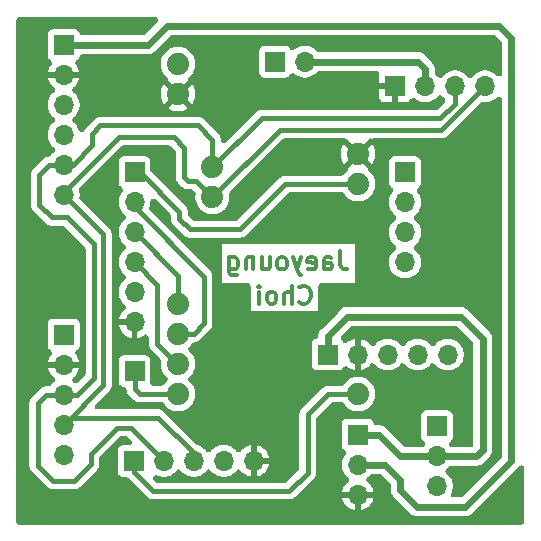
<source format=gbr>
%TF.GenerationSoftware,KiCad,Pcbnew,9.0.0*%
%TF.CreationDate,2025-11-21T10:39:55-05:00*%
%TF.ProjectId,Smartwatch-Jank,536d6172-7477-4617-9463-682d4a616e6b,rev?*%
%TF.SameCoordinates,Original*%
%TF.FileFunction,Copper,L4,Bot*%
%TF.FilePolarity,Positive*%
%FSLAX46Y46*%
G04 Gerber Fmt 4.6, Leading zero omitted, Abs format (unit mm)*
G04 Created by KiCad (PCBNEW 9.0.0) date 2025-11-21 10:39:55*
%MOMM*%
%LPD*%
G01*
G04 APERTURE LIST*
%ADD10C,0.304800*%
%TA.AperFunction,NonConductor*%
%ADD11C,0.304800*%
%TD*%
%TA.AperFunction,ComponentPad*%
%ADD12R,1.700000X1.700000*%
%TD*%
%TA.AperFunction,ComponentPad*%
%ADD13O,1.700000X1.700000*%
%TD*%
%TA.AperFunction,ComponentPad*%
%ADD14C,1.879600*%
%TD*%
%TA.AperFunction,Conductor*%
%ADD15C,0.600000*%
%TD*%
%TA.AperFunction,Conductor*%
%ADD16C,0.400000*%
%TD*%
G04 APERTURE END LIST*
D10*
D11*
X180965759Y-94152498D02*
X181038331Y-94225070D01*
X181038331Y-94225070D02*
X181256045Y-94297641D01*
X181256045Y-94297641D02*
X181401188Y-94297641D01*
X181401188Y-94297641D02*
X181618902Y-94225070D01*
X181618902Y-94225070D02*
X181764045Y-94079927D01*
X181764045Y-94079927D02*
X181836616Y-93934784D01*
X181836616Y-93934784D02*
X181909188Y-93644498D01*
X181909188Y-93644498D02*
X181909188Y-93426784D01*
X181909188Y-93426784D02*
X181836616Y-93136498D01*
X181836616Y-93136498D02*
X181764045Y-92991355D01*
X181764045Y-92991355D02*
X181618902Y-92846212D01*
X181618902Y-92846212D02*
X181401188Y-92773641D01*
X181401188Y-92773641D02*
X181256045Y-92773641D01*
X181256045Y-92773641D02*
X181038331Y-92846212D01*
X181038331Y-92846212D02*
X180965759Y-92918784D01*
X180312616Y-94297641D02*
X180312616Y-92773641D01*
X179659474Y-94297641D02*
X179659474Y-93499355D01*
X179659474Y-93499355D02*
X179732045Y-93354212D01*
X179732045Y-93354212D02*
X179877188Y-93281641D01*
X179877188Y-93281641D02*
X180094902Y-93281641D01*
X180094902Y-93281641D02*
X180240045Y-93354212D01*
X180240045Y-93354212D02*
X180312616Y-93426784D01*
X178716045Y-94297641D02*
X178861188Y-94225070D01*
X178861188Y-94225070D02*
X178933759Y-94152498D01*
X178933759Y-94152498D02*
X179006331Y-94007355D01*
X179006331Y-94007355D02*
X179006331Y-93571927D01*
X179006331Y-93571927D02*
X178933759Y-93426784D01*
X178933759Y-93426784D02*
X178861188Y-93354212D01*
X178861188Y-93354212D02*
X178716045Y-93281641D01*
X178716045Y-93281641D02*
X178498331Y-93281641D01*
X178498331Y-93281641D02*
X178353188Y-93354212D01*
X178353188Y-93354212D02*
X178280617Y-93426784D01*
X178280617Y-93426784D02*
X178208045Y-93571927D01*
X178208045Y-93571927D02*
X178208045Y-94007355D01*
X178208045Y-94007355D02*
X178280617Y-94152498D01*
X178280617Y-94152498D02*
X178353188Y-94225070D01*
X178353188Y-94225070D02*
X178498331Y-94297641D01*
X178498331Y-94297641D02*
X178716045Y-94297641D01*
X177554902Y-94297641D02*
X177554902Y-93281641D01*
X177554902Y-92773641D02*
X177627474Y-92846212D01*
X177627474Y-92846212D02*
X177554902Y-92918784D01*
X177554902Y-92918784D02*
X177482331Y-92846212D01*
X177482331Y-92846212D02*
X177554902Y-92773641D01*
X177554902Y-92773641D02*
X177554902Y-92918784D01*
D10*
D11*
X184401188Y-89873641D02*
X184401188Y-90962212D01*
X184401188Y-90962212D02*
X184473759Y-91179927D01*
X184473759Y-91179927D02*
X184618902Y-91325070D01*
X184618902Y-91325070D02*
X184836616Y-91397641D01*
X184836616Y-91397641D02*
X184981759Y-91397641D01*
X183022331Y-91397641D02*
X183022331Y-90599355D01*
X183022331Y-90599355D02*
X183094902Y-90454212D01*
X183094902Y-90454212D02*
X183240045Y-90381641D01*
X183240045Y-90381641D02*
X183530331Y-90381641D01*
X183530331Y-90381641D02*
X183675473Y-90454212D01*
X183022331Y-91325070D02*
X183167473Y-91397641D01*
X183167473Y-91397641D02*
X183530331Y-91397641D01*
X183530331Y-91397641D02*
X183675473Y-91325070D01*
X183675473Y-91325070D02*
X183748045Y-91179927D01*
X183748045Y-91179927D02*
X183748045Y-91034784D01*
X183748045Y-91034784D02*
X183675473Y-90889641D01*
X183675473Y-90889641D02*
X183530331Y-90817070D01*
X183530331Y-90817070D02*
X183167473Y-90817070D01*
X183167473Y-90817070D02*
X183022331Y-90744498D01*
X181716045Y-91325070D02*
X181861188Y-91397641D01*
X181861188Y-91397641D02*
X182151474Y-91397641D01*
X182151474Y-91397641D02*
X182296616Y-91325070D01*
X182296616Y-91325070D02*
X182369188Y-91179927D01*
X182369188Y-91179927D02*
X182369188Y-90599355D01*
X182369188Y-90599355D02*
X182296616Y-90454212D01*
X182296616Y-90454212D02*
X182151474Y-90381641D01*
X182151474Y-90381641D02*
X181861188Y-90381641D01*
X181861188Y-90381641D02*
X181716045Y-90454212D01*
X181716045Y-90454212D02*
X181643474Y-90599355D01*
X181643474Y-90599355D02*
X181643474Y-90744498D01*
X181643474Y-90744498D02*
X182369188Y-90889641D01*
X181135473Y-90381641D02*
X180772616Y-91397641D01*
X180409759Y-90381641D02*
X180772616Y-91397641D01*
X180772616Y-91397641D02*
X180917759Y-91760498D01*
X180917759Y-91760498D02*
X180990330Y-91833070D01*
X180990330Y-91833070D02*
X181135473Y-91905641D01*
X179611473Y-91397641D02*
X179756616Y-91325070D01*
X179756616Y-91325070D02*
X179829187Y-91252498D01*
X179829187Y-91252498D02*
X179901759Y-91107355D01*
X179901759Y-91107355D02*
X179901759Y-90671927D01*
X179901759Y-90671927D02*
X179829187Y-90526784D01*
X179829187Y-90526784D02*
X179756616Y-90454212D01*
X179756616Y-90454212D02*
X179611473Y-90381641D01*
X179611473Y-90381641D02*
X179393759Y-90381641D01*
X179393759Y-90381641D02*
X179248616Y-90454212D01*
X179248616Y-90454212D02*
X179176045Y-90526784D01*
X179176045Y-90526784D02*
X179103473Y-90671927D01*
X179103473Y-90671927D02*
X179103473Y-91107355D01*
X179103473Y-91107355D02*
X179176045Y-91252498D01*
X179176045Y-91252498D02*
X179248616Y-91325070D01*
X179248616Y-91325070D02*
X179393759Y-91397641D01*
X179393759Y-91397641D02*
X179611473Y-91397641D01*
X177797188Y-90381641D02*
X177797188Y-91397641D01*
X178450330Y-90381641D02*
X178450330Y-91179927D01*
X178450330Y-91179927D02*
X178377759Y-91325070D01*
X178377759Y-91325070D02*
X178232616Y-91397641D01*
X178232616Y-91397641D02*
X178014902Y-91397641D01*
X178014902Y-91397641D02*
X177869759Y-91325070D01*
X177869759Y-91325070D02*
X177797188Y-91252498D01*
X177071473Y-90381641D02*
X177071473Y-91397641D01*
X177071473Y-90526784D02*
X176998902Y-90454212D01*
X176998902Y-90454212D02*
X176853759Y-90381641D01*
X176853759Y-90381641D02*
X176636045Y-90381641D01*
X176636045Y-90381641D02*
X176490902Y-90454212D01*
X176490902Y-90454212D02*
X176418331Y-90599355D01*
X176418331Y-90599355D02*
X176418331Y-91397641D01*
X175039474Y-90381641D02*
X175039474Y-91615355D01*
X175039474Y-91615355D02*
X175112045Y-91760498D01*
X175112045Y-91760498D02*
X175184616Y-91833070D01*
X175184616Y-91833070D02*
X175329759Y-91905641D01*
X175329759Y-91905641D02*
X175547474Y-91905641D01*
X175547474Y-91905641D02*
X175692616Y-91833070D01*
X175039474Y-91325070D02*
X175184616Y-91397641D01*
X175184616Y-91397641D02*
X175474902Y-91397641D01*
X175474902Y-91397641D02*
X175620045Y-91325070D01*
X175620045Y-91325070D02*
X175692616Y-91252498D01*
X175692616Y-91252498D02*
X175765188Y-91107355D01*
X175765188Y-91107355D02*
X175765188Y-90671927D01*
X175765188Y-90671927D02*
X175692616Y-90526784D01*
X175692616Y-90526784D02*
X175620045Y-90454212D01*
X175620045Y-90454212D02*
X175474902Y-90381641D01*
X175474902Y-90381641D02*
X175184616Y-90381641D01*
X175184616Y-90381641D02*
X175039474Y-90454212D01*
D12*
%TO.P,3.7_Vias1,1,Pin_1*%
%TO.N,/3.7*%
X178875000Y-73800000D03*
D13*
%TO.P,3.7_Vias1,2,Pin_2*%
X181415000Y-73800000D03*
%TD*%
D12*
%TO.P,IMU_L1,1,Pin_1*%
%TO.N,unconnected-(IMU_L1-Pin_1-Pad1)*%
X189900000Y-83177000D03*
D13*
%TO.P,IMU_L1,2,Pin_2*%
%TO.N,unconnected-(IMU_L1-Pin_2-Pad2)*%
X189900000Y-85717000D03*
%TO.P,IMU_L1,3,Pin_3*%
%TO.N,unconnected-(IMU_L1-Pin_3-Pad3)*%
X189900000Y-88257000D03*
%TO.P,IMU_L1,4,Pin_4*%
%TO.N,unconnected-(IMU_L1-Pin_4-Pad4)*%
X189900000Y-90797000D03*
%TD*%
D14*
%TO.P,U1,JP7_9,GND_2*%
%TO.N,GND*%
X185919000Y-81620000D03*
%TO.P,U1,JP7_8,D2*%
%TO.N,/CS*%
X185919000Y-84160000D03*
%TO.P,U1,JP7_1,D9*%
%TO.N,/D9*%
X185919000Y-101940000D03*
%TO.P,U1,JP6_12,D10*%
%TO.N,/D10*%
X170679000Y-101940000D03*
%TO.P,U1,JP6_11,MOSI*%
%TO.N,/MOSI*%
X170679000Y-99400000D03*
%TO.P,U1,JP6_10,MISO*%
%TO.N,/MISO*%
X170679000Y-96860000D03*
%TO.P,U1,JP6_9,SCK*%
%TO.N,/SCK*%
X170679000Y-94320000D03*
%TO.P,U1,JP6_2,GND_1*%
%TO.N,GND*%
X170679000Y-76540000D03*
%TO.P,U1,JP6_1,RAW*%
%TO.N,/3.7*%
X170679000Y-74000000D03*
%TO.P,U1,JP2_2,A5*%
%TO.N,/SCL*%
X173600000Y-82763000D03*
%TO.P,U1,JP2_1,A4*%
%TO.N,/SDA*%
X173600000Y-85303000D03*
%TD*%
D12*
%TO.P,On/Off_Switch1,1,Pin_1*%
%TO.N,unconnected-(On/Off_Switch1-Pin_1-Pad1)*%
X192600000Y-104675000D03*
D13*
%TO.P,On/Off_Switch1,2,Pin_2*%
%TO.N,/BAT*%
X192600000Y-107215000D03*
%TO.P,On/Off_Switch1,3,Pin_3*%
%TO.N,/3.7*%
X192600000Y-109755000D03*
%TD*%
%TO.P,HR_Sensor1,5,Pin_5*%
%TO.N,GND*%
X177085000Y-107600000D03*
%TO.P,HR_Sensor1,4,Pin_4*%
%TO.N,/3.7*%
X174545000Y-107600000D03*
%TO.P,HR_Sensor1,3,Pin_3*%
%TO.N,/SDA*%
X172005000Y-107600000D03*
%TO.P,HR_Sensor1,2,Pin_2*%
%TO.N,/SCL*%
X169465000Y-107600000D03*
D12*
%TO.P,HR_Sensor1,1,Pin_1*%
%TO.N,/D9*%
X166925000Y-107600000D03*
%TD*%
%TO.P,HR_Sensor_1,1,Pin_1*%
%TO.N,/D10*%
X167000000Y-100000000D03*
%TD*%
D13*
%TO.P,IMU_R1,6,Pin_6*%
%TO.N,GND*%
X167000000Y-95857000D03*
%TO.P,IMU_R1,5,Pin_5*%
%TO.N,/3.7*%
X167000000Y-93317000D03*
%TO.P,IMU_R1,4,Pin_4*%
%TO.N,/MOSI*%
X167000000Y-90777000D03*
%TO.P,IMU_R1,3,Pin_3*%
%TO.N,/SCK*%
X167000000Y-88237000D03*
%TO.P,IMU_R1,2,Pin_2*%
%TO.N,/MISO*%
X167000000Y-85697000D03*
D12*
%TO.P,IMU_R1,1,Pin_1*%
%TO.N,/CS*%
X167000000Y-83157000D03*
%TD*%
D13*
%TO.P,Vibration_Motor1,5,Pin_5*%
%TO.N,unconnected-(Vibration_Motor1-Pin_5-Pad5)*%
X161000000Y-107080000D03*
%TO.P,Vibration_Motor1,4,Pin_4*%
%TO.N,/SDA*%
X161000000Y-104540000D03*
%TO.P,Vibration_Motor1,3,Pin_3*%
%TO.N,/SCL*%
X161000000Y-102000000D03*
%TO.P,Vibration_Motor1,2,Pin_2*%
%TO.N,GND*%
X161000000Y-99460000D03*
D12*
%TO.P,Vibration_Motor1,1,Pin_1*%
%TO.N,/3.7*%
X161000000Y-96920000D03*
%TD*%
D13*
%TO.P,USBC1,5,Pin_5*%
%TO.N,unconnected-(USBC1-Pin_5-Pad5)*%
X193520000Y-98600000D03*
%TO.P,USBC1,4,Pin_4*%
%TO.N,unconnected-(USBC1-Pin_4-Pad4)*%
X190980000Y-98600000D03*
%TO.P,USBC1,3,Pin_3*%
%TO.N,unconnected-(USBC1-Pin_3-Pad3)*%
X188440000Y-98600000D03*
%TO.P,USBC1,2,Pin_2*%
%TO.N,GND*%
X185900000Y-98600000D03*
D12*
%TO.P,USBC1,1,Pin_1*%
%TO.N,/BAT*%
X183360000Y-98600000D03*
%TD*%
D13*
%TO.P,OLED1,4,Pin_4*%
%TO.N,/SDA*%
X196680000Y-75900000D03*
%TO.P,OLED1,3,Pin_3*%
%TO.N,/SCL*%
X194140000Y-75900000D03*
%TO.P,OLED1,2,Pin_2*%
%TO.N,/3.7*%
X191600000Y-75900000D03*
D12*
%TO.P,OLED1,1,Pin_1*%
%TO.N,GND*%
X189060000Y-75900000D03*
%TD*%
D13*
%TO.P,Voltage_Regulator1,3,Pin_3*%
%TO.N,GND*%
X185900000Y-110467000D03*
%TO.P,Voltage_Regulator1,2,Pin_2*%
%TO.N,/3.3*%
X185900000Y-107927000D03*
D12*
%TO.P,Voltage_Regulator1,1,Pin_1*%
%TO.N,/BAT*%
X185900000Y-105387000D03*
%TD*%
D13*
%TO.P,Pressure_Sensor1,6,Pin_6*%
%TO.N,/SDA*%
X161000000Y-85080000D03*
%TO.P,Pressure_Sensor1,5,Pin_5*%
%TO.N,/SCL*%
X161000000Y-82540000D03*
%TO.P,Pressure_Sensor1,4,Pin_4*%
%TO.N,unconnected-(Pressure_Sensor1-Pin_4-Pad4)*%
X161000000Y-80000000D03*
%TO.P,Pressure_Sensor1,3,Pin_3*%
%TO.N,unconnected-(Pressure_Sensor1-Pin_3-Pad3)*%
X161000000Y-77460000D03*
%TO.P,Pressure_Sensor1,2,Pin_2*%
%TO.N,GND*%
X161000000Y-74920000D03*
D12*
%TO.P,Pressure_Sensor1,1,Pin_1*%
%TO.N,/3.3*%
X161000000Y-72380000D03*
%TD*%
D15*
%TO.N,/3.3*%
X185900000Y-107927000D02*
X188227000Y-107927000D01*
X195000000Y-111500000D02*
X198900000Y-107600000D01*
X190950000Y-111500000D02*
X195000000Y-111500000D01*
X198900000Y-71800000D02*
X197850000Y-70750000D01*
X197850000Y-70750000D02*
X169750000Y-70750000D01*
X168120000Y-72380000D02*
X161000000Y-72380000D01*
X188227000Y-107927000D02*
X189511500Y-109211500D01*
X189511500Y-109211500D02*
X189511500Y-110061500D01*
X189511500Y-110061500D02*
X190950000Y-111500000D01*
X198900000Y-107600000D02*
X198900000Y-71800000D01*
X169750000Y-70750000D02*
X168120000Y-72380000D01*
D16*
%TO.N,/SCL*%
X161000000Y-102000000D02*
X162150000Y-102000000D01*
X163550000Y-100600000D02*
X163550000Y-89250000D01*
X163550000Y-89250000D02*
X161300000Y-87000000D01*
X159760000Y-82540000D02*
X161000000Y-82540000D01*
X162150000Y-102000000D02*
X163550000Y-100600000D01*
X158900000Y-83400000D02*
X159760000Y-82540000D01*
X161300000Y-87000000D02*
X160000000Y-87000000D01*
X160000000Y-87000000D02*
X158900000Y-85900000D01*
X158900000Y-85900000D02*
X158900000Y-83400000D01*
%TO.N,/SDA*%
X161000000Y-85080000D02*
X164350000Y-88430000D01*
X164350000Y-88430000D02*
X164350000Y-101190000D01*
X164350000Y-101190000D02*
X161000000Y-104540000D01*
D15*
%TO.N,/BAT*%
X192600000Y-107215000D02*
X195935000Y-107215000D01*
X196500000Y-97250000D02*
X194634794Y-95384794D01*
X196500000Y-106650000D02*
X196500000Y-97250000D01*
X194634794Y-95384794D02*
X184950000Y-95384794D01*
X195935000Y-107215000D02*
X196500000Y-106650000D01*
X184950000Y-95384794D02*
X184950000Y-95450000D01*
X183360000Y-97040000D02*
X183360000Y-98600000D01*
X184950000Y-95450000D02*
X183360000Y-97040000D01*
%TO.N,/3.3*%
X185900000Y-107927000D02*
X185573000Y-107927000D01*
D16*
%TO.N,/D9*%
X166925000Y-107600000D02*
X166925000Y-108525000D01*
X168550000Y-110150000D02*
X180100000Y-110150000D01*
X166925000Y-108525000D02*
X168550000Y-110150000D01*
X183410000Y-101940000D02*
X185919000Y-101940000D01*
X180100000Y-110150000D02*
X181650000Y-108600000D01*
X181650000Y-103650000D02*
X181700000Y-103650000D01*
X181650000Y-108600000D02*
X181650000Y-103650000D01*
X181700000Y-103650000D02*
X183410000Y-101940000D01*
%TO.N,/SDA*%
X161000000Y-104540000D02*
X161590000Y-103950000D01*
X161590000Y-103950000D02*
X169000000Y-103950000D01*
X169000000Y-103950000D02*
X172005000Y-106955000D01*
X172005000Y-106955000D02*
X172005000Y-107600000D01*
%TO.N,/SCL*%
X161000000Y-102000000D02*
X159500000Y-102000000D01*
X159500000Y-102000000D02*
X158800000Y-102700000D01*
X166665000Y-104800000D02*
X169465000Y-107600000D01*
X158800000Y-102700000D02*
X158800000Y-108000000D01*
X161900000Y-109300000D02*
X163300000Y-107900000D01*
X158800000Y-108000000D02*
X160100000Y-109300000D01*
X160100000Y-109300000D02*
X161900000Y-109300000D01*
X163300000Y-107000000D02*
X165500000Y-104800000D01*
X163300000Y-107900000D02*
X163300000Y-107000000D01*
X165500000Y-104800000D02*
X166665000Y-104800000D01*
%TO.N,/D10*%
X167000000Y-100000000D02*
X167000000Y-101500000D01*
X167440000Y-101940000D02*
X170679000Y-101940000D01*
X167000000Y-101500000D02*
X167440000Y-101940000D01*
%TO.N,/MOSI*%
X167000000Y-90777000D02*
X168900000Y-92677000D01*
X168900000Y-92677000D02*
X168900000Y-97700000D01*
X168900000Y-97700000D02*
X170600000Y-99400000D01*
X170600000Y-99400000D02*
X170679000Y-99400000D01*
%TO.N,/MISO*%
X167000000Y-85697000D02*
X167000000Y-86100000D01*
X172900000Y-92000000D02*
X172900000Y-95960000D01*
X167000000Y-86100000D02*
X172900000Y-92000000D01*
X172900000Y-95960000D02*
X172000000Y-96860000D01*
X172000000Y-96860000D02*
X170679000Y-96860000D01*
%TO.N,/SCK*%
X167000000Y-88237000D02*
X170679000Y-91916000D01*
X170679000Y-91916000D02*
X170679000Y-94320000D01*
%TO.N,/CS*%
X167000000Y-83157000D02*
X167457000Y-83157000D01*
X171700000Y-88000000D02*
X175900000Y-88000000D01*
X167457000Y-83157000D02*
X170800000Y-86500000D01*
X170800000Y-86500000D02*
X170800000Y-87100000D01*
X170800000Y-87100000D02*
X171700000Y-88000000D01*
X179740000Y-84160000D02*
X185919000Y-84160000D01*
X175900000Y-88000000D02*
X179740000Y-84160000D01*
%TO.N,/SDA*%
X161000000Y-85080000D02*
X161000000Y-84850000D01*
X171200000Y-81100000D02*
X171200000Y-83600000D01*
X170300000Y-80200000D02*
X171200000Y-81100000D01*
X165650000Y-80200000D02*
X170300000Y-80200000D01*
X161000000Y-84850000D02*
X165650000Y-80200000D01*
X171200000Y-83600000D02*
X171500000Y-83900000D01*
X171500000Y-83900000D02*
X172197000Y-83900000D01*
X172197000Y-83900000D02*
X173600000Y-85303000D01*
%TO.N,/SCL*%
X161000000Y-82540000D02*
X161760000Y-82540000D01*
X161760000Y-82540000D02*
X163400000Y-80900000D01*
X163400000Y-80900000D02*
X163400000Y-79900000D01*
X173600000Y-80400000D02*
X173600000Y-82763000D01*
X163400000Y-79900000D02*
X164100000Y-79200000D01*
X164100000Y-79200000D02*
X172400000Y-79200000D01*
X172400000Y-79200000D02*
X173600000Y-80400000D01*
D15*
%TO.N,/BAT*%
X192600000Y-107215000D02*
X189515000Y-107215000D01*
X189515000Y-107215000D02*
X187687000Y-105387000D01*
X187687000Y-105387000D02*
X185900000Y-105387000D01*
D16*
%TO.N,/SCL*%
X194140000Y-75900000D02*
X194140000Y-77360000D01*
X194140000Y-77360000D02*
X192900000Y-78600000D01*
X192900000Y-78600000D02*
X177763000Y-78600000D01*
X177763000Y-78600000D02*
X173600000Y-82763000D01*
%TO.N,/SDA*%
X196680000Y-75900000D02*
X192980000Y-79600000D01*
X192980000Y-79600000D02*
X179303000Y-79600000D01*
X179303000Y-79600000D02*
X173600000Y-85303000D01*
D15*
%TO.N,/3.7*%
X191600000Y-74400000D02*
X191600000Y-75900000D01*
X191000000Y-73800000D02*
X191600000Y-74400000D01*
X181415000Y-73800000D02*
X191000000Y-73800000D01*
%TD*%
%TA.AperFunction,Conductor*%
%TO.N,GND*%
G36*
X168861571Y-70019454D02*
G01*
X168942353Y-70073430D01*
X168996329Y-70154212D01*
X169015283Y-70249500D01*
X168996329Y-70344788D01*
X168942355Y-70425566D01*
X168338422Y-71029500D01*
X167861352Y-71506570D01*
X167780570Y-71560546D01*
X167685282Y-71579500D01*
X162575526Y-71579500D01*
X162480238Y-71560546D01*
X162399456Y-71506570D01*
X162345480Y-71425788D01*
X162342225Y-71417515D01*
X162320729Y-71359882D01*
X162293796Y-71287669D01*
X162207546Y-71172454D01*
X162092331Y-71086204D01*
X162012117Y-71056286D01*
X161957481Y-71035908D01*
X161897873Y-71029500D01*
X160102134Y-71029500D01*
X160102130Y-71029500D01*
X160102128Y-71029501D01*
X160089314Y-71030878D01*
X160042519Y-71035908D01*
X160042515Y-71035909D01*
X159907670Y-71086203D01*
X159792455Y-71172453D01*
X159792453Y-71172455D01*
X159706204Y-71287669D01*
X159655908Y-71422518D01*
X159649500Y-71482123D01*
X159649500Y-73277865D01*
X159649501Y-73277869D01*
X159655908Y-73337480D01*
X159655909Y-73337484D01*
X159706203Y-73472329D01*
X159706204Y-73472331D01*
X159792454Y-73587546D01*
X159907669Y-73673796D01*
X159907670Y-73673796D01*
X159921927Y-73684469D01*
X159919631Y-73687535D01*
X159969305Y-73729052D01*
X160014333Y-73815142D01*
X160022989Y-73911910D01*
X159993954Y-74004625D01*
X159975122Y-74031962D01*
X159976028Y-74032620D01*
X159845376Y-74212446D01*
X159748908Y-74401774D01*
X159748902Y-74401787D01*
X159683243Y-74603870D01*
X159672769Y-74670000D01*
X160566988Y-74670000D01*
X160534075Y-74727007D01*
X160500000Y-74854174D01*
X160500000Y-74985826D01*
X160534075Y-75112993D01*
X160566988Y-75170000D01*
X159672770Y-75170000D01*
X159683243Y-75236129D01*
X159748902Y-75438212D01*
X159748908Y-75438225D01*
X159845376Y-75627553D01*
X159970275Y-75799462D01*
X160120535Y-75949722D01*
X160173556Y-75988244D01*
X160239505Y-76059587D01*
X160273132Y-76150737D01*
X160269318Y-76247817D01*
X160228644Y-76336048D01*
X160173558Y-76391134D01*
X160120209Y-76429894D01*
X159969897Y-76580206D01*
X159844950Y-76752182D01*
X159748441Y-76941592D01*
X159682753Y-77143759D01*
X159649500Y-77353703D01*
X159649500Y-77566296D01*
X159682753Y-77776240D01*
X159737374Y-77944347D01*
X159748443Y-77978412D01*
X159787918Y-78055886D01*
X159844950Y-78167817D01*
X159969897Y-78339793D01*
X160120207Y-78490103D01*
X160173131Y-78528555D01*
X160239080Y-78599899D01*
X160272707Y-78691049D01*
X160268892Y-78788129D01*
X160228217Y-78876359D01*
X160173131Y-78931445D01*
X160120207Y-78969896D01*
X159969897Y-79120206D01*
X159844950Y-79292182D01*
X159748441Y-79481592D01*
X159682753Y-79683759D01*
X159649500Y-79893703D01*
X159649500Y-80106296D01*
X159682753Y-80316240D01*
X159687549Y-80331002D01*
X159748443Y-80518412D01*
X159844949Y-80707816D01*
X159959423Y-80865376D01*
X159969897Y-80879793D01*
X160120207Y-81030103D01*
X160173131Y-81068555D01*
X160239080Y-81139899D01*
X160272707Y-81231049D01*
X160268892Y-81328129D01*
X160228217Y-81416359D01*
X160204633Y-81444260D01*
X160190020Y-81459174D01*
X160120208Y-81509896D01*
X159969896Y-81660208D01*
X159903441Y-81751676D01*
X159890622Y-81764760D01*
X159865339Y-81782030D01*
X159842863Y-81802807D01*
X159825598Y-81809176D01*
X159810397Y-81819560D01*
X159780429Y-81825840D01*
X159751713Y-81836434D01*
X159716739Y-81839186D01*
X159715307Y-81839487D01*
X159714605Y-81839354D01*
X159712761Y-81839500D01*
X159691001Y-81839500D01*
X159555675Y-81866418D01*
X159555672Y-81866419D01*
X159428194Y-81919222D01*
X159428190Y-81919224D01*
X159428189Y-81919225D01*
X159382949Y-81949453D01*
X159313458Y-81995885D01*
X158355885Y-82953458D01*
X158337690Y-82980689D01*
X158283762Y-83061400D01*
X158279224Y-83068191D01*
X158279221Y-83068197D01*
X158226420Y-83195669D01*
X158202261Y-83317130D01*
X158202260Y-83317135D01*
X158199500Y-83331009D01*
X158199500Y-85968998D01*
X158226418Y-86104324D01*
X158226419Y-86104327D01*
X158279222Y-86231805D01*
X158279223Y-86231807D01*
X158279225Y-86231811D01*
X158355886Y-86346543D01*
X159553457Y-87544114D01*
X159668189Y-87620775D01*
X159668194Y-87620777D01*
X159795672Y-87673580D01*
X159795675Y-87673581D01*
X159929205Y-87700141D01*
X159931006Y-87700500D01*
X159931007Y-87700500D01*
X160906703Y-87700500D01*
X161001991Y-87719454D01*
X161082773Y-87773430D01*
X162776570Y-89467227D01*
X162830546Y-89548009D01*
X162849500Y-89643297D01*
X162849500Y-100206703D01*
X162830546Y-100301991D01*
X162776570Y-100382773D01*
X162776569Y-100382773D01*
X162209518Y-100949823D01*
X162128737Y-101003799D01*
X162033449Y-101022753D01*
X161938161Y-101003799D01*
X161887091Y-100975199D01*
X161826443Y-100931136D01*
X161760494Y-100859793D01*
X161726867Y-100768643D01*
X161730681Y-100671563D01*
X161771355Y-100583332D01*
X161826445Y-100528243D01*
X161879462Y-100489724D01*
X162029724Y-100339462D01*
X162154623Y-100167553D01*
X162251091Y-99978225D01*
X162251097Y-99978212D01*
X162316756Y-99776129D01*
X162327230Y-99710000D01*
X161433012Y-99710000D01*
X161465925Y-99652993D01*
X161500000Y-99525826D01*
X161500000Y-99394174D01*
X161465925Y-99267007D01*
X161433012Y-99210000D01*
X162327230Y-99210000D01*
X162316756Y-99143870D01*
X162251097Y-98941787D01*
X162251091Y-98941774D01*
X162154623Y-98752446D01*
X162023972Y-98572620D01*
X162026267Y-98570952D01*
X161987795Y-98502308D01*
X161976343Y-98405830D01*
X162002684Y-98312314D01*
X162062806Y-98235997D01*
X162078569Y-98225132D01*
X162078073Y-98224469D01*
X162092329Y-98213796D01*
X162092331Y-98213796D01*
X162207546Y-98127546D01*
X162293796Y-98012331D01*
X162344091Y-97877483D01*
X162350500Y-97817873D01*
X162350499Y-96022128D01*
X162344091Y-95962517D01*
X162293796Y-95827669D01*
X162207546Y-95712454D01*
X162092331Y-95626204D01*
X161995263Y-95590000D01*
X161957481Y-95575908D01*
X161897873Y-95569500D01*
X160102134Y-95569500D01*
X160102130Y-95569500D01*
X160102128Y-95569501D01*
X160089314Y-95570878D01*
X160042519Y-95575908D01*
X160042515Y-95575909D01*
X159907670Y-95626203D01*
X159792455Y-95712453D01*
X159792453Y-95712455D01*
X159706204Y-95827669D01*
X159655908Y-95962518D01*
X159649500Y-96022123D01*
X159649500Y-97817865D01*
X159649500Y-97817868D01*
X159649501Y-97817872D01*
X159650613Y-97828217D01*
X159655908Y-97877480D01*
X159655909Y-97877484D01*
X159706203Y-98012329D01*
X159706204Y-98012331D01*
X159792454Y-98127546D01*
X159907669Y-98213796D01*
X159907670Y-98213796D01*
X159921927Y-98224469D01*
X159919631Y-98227535D01*
X159969305Y-98269052D01*
X160014333Y-98355142D01*
X160022989Y-98451910D01*
X159993954Y-98544625D01*
X159975122Y-98571962D01*
X159976028Y-98572620D01*
X159845376Y-98752446D01*
X159748908Y-98941774D01*
X159748902Y-98941787D01*
X159683243Y-99143870D01*
X159672769Y-99210000D01*
X160566988Y-99210000D01*
X160534075Y-99267007D01*
X160500000Y-99394174D01*
X160500000Y-99525826D01*
X160534075Y-99652993D01*
X160566988Y-99710000D01*
X159672770Y-99710000D01*
X159683243Y-99776129D01*
X159748902Y-99978212D01*
X159748908Y-99978225D01*
X159845376Y-100167553D01*
X159970275Y-100339462D01*
X160120535Y-100489722D01*
X160173556Y-100528244D01*
X160239505Y-100599587D01*
X160273132Y-100690737D01*
X160269318Y-100787817D01*
X160228644Y-100876048D01*
X160205025Y-100903984D01*
X160190422Y-100918882D01*
X160120208Y-100969896D01*
X159969896Y-101120208D01*
X159903428Y-101211693D01*
X159890588Y-101224794D01*
X159865323Y-101242044D01*
X159842863Y-101262807D01*
X159825574Y-101269185D01*
X159810352Y-101279579D01*
X159780407Y-101285847D01*
X159751713Y-101296434D01*
X159716664Y-101299192D01*
X159715259Y-101299487D01*
X159714571Y-101299357D01*
X159712761Y-101299500D01*
X159431007Y-101299500D01*
X159322591Y-101321065D01*
X159295671Y-101326420D01*
X159253010Y-101344091D01*
X159243449Y-101348050D01*
X159243434Y-101348056D01*
X159168190Y-101379224D01*
X159168189Y-101379225D01*
X159090694Y-101431006D01*
X159053458Y-101455886D01*
X159053456Y-101455887D01*
X158255887Y-102253454D01*
X158255885Y-102253457D01*
X158230244Y-102291833D01*
X158230243Y-102291835D01*
X158179226Y-102368187D01*
X158179224Y-102368191D01*
X158126419Y-102495672D01*
X158126418Y-102495675D01*
X158099500Y-102631002D01*
X158099500Y-108068998D01*
X158126418Y-108204324D01*
X158126419Y-108204327D01*
X158179222Y-108331805D01*
X158179223Y-108331807D01*
X158179225Y-108331811D01*
X158255886Y-108446543D01*
X159653457Y-109844114D01*
X159768189Y-109920775D01*
X159768194Y-109920777D01*
X159895672Y-109973580D01*
X159895675Y-109973581D01*
X160029205Y-110000141D01*
X160031006Y-110000500D01*
X161968994Y-110000500D01*
X162036661Y-109987040D01*
X162104324Y-109973581D01*
X162104325Y-109973580D01*
X162104328Y-109973580D01*
X162231811Y-109920775D01*
X162346543Y-109844114D01*
X163844114Y-108346543D01*
X163920775Y-108231811D01*
X163973580Y-108104328D01*
X163976743Y-108088430D01*
X163998474Y-107979179D01*
X164000500Y-107968994D01*
X164000500Y-107831006D01*
X164000500Y-107393297D01*
X164019454Y-107298009D01*
X164073430Y-107217227D01*
X165717227Y-105573430D01*
X165798009Y-105519454D01*
X165893297Y-105500500D01*
X166271703Y-105500500D01*
X166366991Y-105519454D01*
X166447773Y-105573430D01*
X166698773Y-105824430D01*
X166752749Y-105905212D01*
X166771703Y-106000500D01*
X166752749Y-106095788D01*
X166698773Y-106176570D01*
X166617991Y-106230546D01*
X166522703Y-106249500D01*
X166027134Y-106249500D01*
X166027130Y-106249500D01*
X166027128Y-106249501D01*
X166014314Y-106250878D01*
X165967519Y-106255908D01*
X165967515Y-106255909D01*
X165832670Y-106306203D01*
X165717455Y-106392453D01*
X165717453Y-106392455D01*
X165631204Y-106507669D01*
X165580908Y-106642518D01*
X165574500Y-106702123D01*
X165574500Y-108497865D01*
X165574501Y-108497869D01*
X165580908Y-108557480D01*
X165580909Y-108557484D01*
X165629009Y-108686446D01*
X165631204Y-108692331D01*
X165717454Y-108807546D01*
X165832669Y-108893796D01*
X165967517Y-108944091D01*
X166027127Y-108950500D01*
X166256702Y-108950499D01*
X166351989Y-108969453D01*
X166432771Y-109023429D01*
X166432772Y-109023429D01*
X168103457Y-110694114D01*
X168218189Y-110770775D01*
X168218194Y-110770777D01*
X168345672Y-110823580D01*
X168345675Y-110823581D01*
X168479205Y-110850141D01*
X168481006Y-110850500D01*
X180168994Y-110850500D01*
X180236661Y-110837040D01*
X180304324Y-110823581D01*
X180304325Y-110823580D01*
X180304328Y-110823580D01*
X180431811Y-110770775D01*
X180546543Y-110694114D01*
X182194114Y-109046543D01*
X182270775Y-108931811D01*
X182323580Y-108804328D01*
X182324356Y-108800430D01*
X182344091Y-108701214D01*
X182350500Y-108668994D01*
X182350500Y-108531006D01*
X182350500Y-104093297D01*
X182369454Y-103998009D01*
X182423430Y-103917227D01*
X183627227Y-102713430D01*
X183708009Y-102659454D01*
X183803297Y-102640500D01*
X184520762Y-102640500D01*
X184616050Y-102659454D01*
X184696832Y-102713430D01*
X184722206Y-102743139D01*
X184820400Y-102878293D01*
X184980707Y-103038600D01*
X185164118Y-103171855D01*
X185366117Y-103274779D01*
X185581729Y-103344835D01*
X185581740Y-103344836D01*
X185581741Y-103344837D01*
X185644043Y-103354704D01*
X185805646Y-103380300D01*
X185805650Y-103380300D01*
X186032350Y-103380300D01*
X186032354Y-103380300D01*
X186256271Y-103344835D01*
X186471883Y-103274779D01*
X186673882Y-103171855D01*
X186857293Y-103038600D01*
X187017600Y-102878293D01*
X187150855Y-102694882D01*
X187253779Y-102492883D01*
X187323835Y-102277271D01*
X187359300Y-102053354D01*
X187359300Y-101826646D01*
X187323835Y-101602729D01*
X187253779Y-101387117D01*
X187150855Y-101185118D01*
X187017600Y-101001707D01*
X186857293Y-100841400D01*
X186673882Y-100708145D01*
X186471883Y-100605221D01*
X186471872Y-100605217D01*
X186256277Y-100535167D01*
X186256271Y-100535165D01*
X186256266Y-100535164D01*
X186256258Y-100535162D01*
X186032364Y-100499701D01*
X186032357Y-100499700D01*
X186032354Y-100499700D01*
X185805646Y-100499700D01*
X185805643Y-100499700D01*
X185805635Y-100499701D01*
X185581741Y-100535162D01*
X185581730Y-100535164D01*
X185581729Y-100535165D01*
X185581726Y-100535165D01*
X185581722Y-100535167D01*
X185366127Y-100605217D01*
X185366116Y-100605221D01*
X185164118Y-100708145D01*
X184980705Y-100841401D01*
X184820401Y-101001705D01*
X184722208Y-101136858D01*
X184650865Y-101202807D01*
X184559715Y-101236434D01*
X184520762Y-101239500D01*
X183341007Y-101239500D01*
X183243011Y-101258992D01*
X183205673Y-101266419D01*
X183205668Y-101266420D01*
X183078193Y-101319222D01*
X183078187Y-101319226D01*
X182963462Y-101395881D01*
X182963456Y-101395886D01*
X181369927Y-102989413D01*
X181327383Y-103020973D01*
X181328357Y-103022431D01*
X181203463Y-103105881D01*
X181105883Y-103203461D01*
X181029225Y-103318187D01*
X181029224Y-103318191D01*
X180976419Y-103445672D01*
X180976418Y-103445675D01*
X180949500Y-103581002D01*
X180949500Y-108206703D01*
X180930546Y-108301991D01*
X180876570Y-108382773D01*
X179882773Y-109376570D01*
X179801991Y-109430546D01*
X179706703Y-109449500D01*
X168943297Y-109449500D01*
X168848009Y-109430546D01*
X168767227Y-109376570D01*
X168622141Y-109231484D01*
X168568165Y-109150702D01*
X168549211Y-109055414D01*
X168568165Y-108960126D01*
X168622141Y-108879344D01*
X168702923Y-108825368D01*
X168798211Y-108806414D01*
X168893499Y-108825368D01*
X168911246Y-108833549D01*
X168946588Y-108851557D01*
X169148757Y-108917246D01*
X169211787Y-108927229D01*
X169358703Y-108950499D01*
X169358710Y-108950499D01*
X169358713Y-108950500D01*
X169358716Y-108950500D01*
X169571284Y-108950500D01*
X169571287Y-108950500D01*
X169571290Y-108950499D01*
X169571296Y-108950499D01*
X169670476Y-108934789D01*
X169781243Y-108917246D01*
X169983412Y-108851557D01*
X170172816Y-108755051D01*
X170344792Y-108630104D01*
X170495104Y-108479792D01*
X170533555Y-108426867D01*
X170604897Y-108360920D01*
X170696047Y-108327293D01*
X170793127Y-108331107D01*
X170881358Y-108371781D01*
X170936444Y-108426867D01*
X170974896Y-108479792D01*
X171125208Y-108630104D01*
X171297184Y-108755051D01*
X171486588Y-108851557D01*
X171688757Y-108917246D01*
X171751787Y-108927229D01*
X171898703Y-108950499D01*
X171898710Y-108950499D01*
X171898713Y-108950500D01*
X171898716Y-108950500D01*
X172111284Y-108950500D01*
X172111287Y-108950500D01*
X172111290Y-108950499D01*
X172111296Y-108950499D01*
X172210476Y-108934789D01*
X172321243Y-108917246D01*
X172523412Y-108851557D01*
X172712816Y-108755051D01*
X172884792Y-108630104D01*
X173035104Y-108479792D01*
X173073555Y-108426867D01*
X173144897Y-108360920D01*
X173236047Y-108327293D01*
X173333127Y-108331107D01*
X173421358Y-108371781D01*
X173476444Y-108426867D01*
X173514896Y-108479792D01*
X173665208Y-108630104D01*
X173837184Y-108755051D01*
X174026588Y-108851557D01*
X174228757Y-108917246D01*
X174291787Y-108927229D01*
X174438703Y-108950499D01*
X174438710Y-108950499D01*
X174438713Y-108950500D01*
X174438716Y-108950500D01*
X174651284Y-108950500D01*
X174651287Y-108950500D01*
X174651290Y-108950499D01*
X174651296Y-108950499D01*
X174750476Y-108934789D01*
X174861243Y-108917246D01*
X175063412Y-108851557D01*
X175252816Y-108755051D01*
X175424792Y-108630104D01*
X175575104Y-108479792D01*
X175613866Y-108426440D01*
X175685205Y-108360495D01*
X175776354Y-108326867D01*
X175873435Y-108330680D01*
X175961666Y-108371354D01*
X176016754Y-108426443D01*
X176055272Y-108479459D01*
X176205537Y-108629724D01*
X176377446Y-108754623D01*
X176566774Y-108851091D01*
X176566787Y-108851097D01*
X176768870Y-108916756D01*
X176835000Y-108927230D01*
X176835000Y-108033012D01*
X176892007Y-108065925D01*
X177019174Y-108100000D01*
X177150826Y-108100000D01*
X177277993Y-108065925D01*
X177335000Y-108033012D01*
X177335000Y-108927229D01*
X177401129Y-108916756D01*
X177603212Y-108851097D01*
X177603225Y-108851091D01*
X177792553Y-108754623D01*
X177964462Y-108629724D01*
X178114724Y-108479462D01*
X178239623Y-108307553D01*
X178336091Y-108118225D01*
X178336097Y-108118212D01*
X178401756Y-107916129D01*
X178412230Y-107850000D01*
X177518012Y-107850000D01*
X177550925Y-107792993D01*
X177585000Y-107665826D01*
X177585000Y-107534174D01*
X177550925Y-107407007D01*
X177518012Y-107350000D01*
X178412230Y-107350000D01*
X178401756Y-107283870D01*
X178336097Y-107081787D01*
X178336091Y-107081774D01*
X178239623Y-106892446D01*
X178114724Y-106720537D01*
X177964462Y-106570275D01*
X177792553Y-106445376D01*
X177603225Y-106348908D01*
X177603215Y-106348904D01*
X177401124Y-106283241D01*
X177401120Y-106283240D01*
X177335000Y-106272767D01*
X177335000Y-107166988D01*
X177277993Y-107134075D01*
X177150826Y-107100000D01*
X177019174Y-107100000D01*
X176892007Y-107134075D01*
X176835000Y-107166988D01*
X176835000Y-106272768D01*
X176834999Y-106272767D01*
X176768879Y-106283240D01*
X176768875Y-106283241D01*
X176566784Y-106348904D01*
X176566774Y-106348908D01*
X176377446Y-106445376D01*
X176205537Y-106570275D01*
X176055274Y-106720538D01*
X176016753Y-106773558D01*
X175945410Y-106839506D01*
X175854259Y-106873133D01*
X175757179Y-106869318D01*
X175668949Y-106828642D01*
X175613863Y-106773556D01*
X175575104Y-106720208D01*
X175424792Y-106569896D01*
X175252816Y-106444949D01*
X175063412Y-106348443D01*
X175063409Y-106348442D01*
X175063407Y-106348441D01*
X174861240Y-106282753D01*
X174651296Y-106249500D01*
X174651287Y-106249500D01*
X174438713Y-106249500D01*
X174438703Y-106249500D01*
X174228759Y-106282753D01*
X174026592Y-106348441D01*
X174026588Y-106348442D01*
X174026588Y-106348443D01*
X173940213Y-106392453D01*
X173837182Y-106444950D01*
X173665206Y-106569897D01*
X173514896Y-106720207D01*
X173476445Y-106773131D01*
X173405101Y-106839080D01*
X173313951Y-106872707D01*
X173216871Y-106868892D01*
X173128641Y-106828217D01*
X173073555Y-106773131D01*
X173041375Y-106728839D01*
X173035104Y-106720208D01*
X172884792Y-106569896D01*
X172712816Y-106444949D01*
X172523412Y-106348443D01*
X172523411Y-106348442D01*
X172523408Y-106348441D01*
X172381308Y-106302270D01*
X172296541Y-106254798D01*
X172282184Y-106241527D01*
X170940157Y-104899500D01*
X169446543Y-103405886D01*
X169331811Y-103329225D01*
X169320404Y-103324500D01*
X169204327Y-103276419D01*
X169204324Y-103276418D01*
X169068998Y-103249500D01*
X169068994Y-103249500D01*
X169068993Y-103249500D01*
X163882296Y-103249500D01*
X163787008Y-103230546D01*
X163706226Y-103176570D01*
X163652250Y-103095788D01*
X163633296Y-103000500D01*
X163652250Y-102905212D01*
X163706226Y-102824430D01*
X163969881Y-102560775D01*
X164894113Y-101636543D01*
X164949630Y-101553457D01*
X164970775Y-101521811D01*
X165023580Y-101394328D01*
X165023582Y-101394320D01*
X165025019Y-101387101D01*
X165033573Y-101344089D01*
X165038519Y-101319225D01*
X165050500Y-101258993D01*
X165050500Y-88361007D01*
X165023580Y-88225672D01*
X164970775Y-88098189D01*
X164894114Y-87983458D01*
X164851413Y-87940757D01*
X164796542Y-87885885D01*
X164796542Y-87885886D01*
X162405543Y-85494886D01*
X162351567Y-85414104D01*
X162332613Y-85318816D01*
X162335679Y-85279863D01*
X162350499Y-85186295D01*
X162350500Y-85186284D01*
X162350500Y-84973715D01*
X162350498Y-84973701D01*
X162317247Y-84763761D01*
X162305456Y-84727472D01*
X162294036Y-84630991D01*
X162320408Y-84537483D01*
X162366196Y-84474459D01*
X165867227Y-80973430D01*
X165948009Y-80919454D01*
X166043297Y-80900500D01*
X169906703Y-80900500D01*
X170001991Y-80919454D01*
X170082773Y-80973430D01*
X170426570Y-81317227D01*
X170480546Y-81398009D01*
X170499500Y-81493297D01*
X170499500Y-83668998D01*
X170526418Y-83804324D01*
X170526419Y-83804327D01*
X170579222Y-83931805D01*
X170579223Y-83931807D01*
X170579225Y-83931811D01*
X170655886Y-84046543D01*
X171053457Y-84444114D01*
X171168189Y-84520775D01*
X171168194Y-84520777D01*
X171295672Y-84573580D01*
X171295675Y-84573581D01*
X171429205Y-84600141D01*
X171431006Y-84600500D01*
X171431007Y-84600500D01*
X171803703Y-84600500D01*
X171898991Y-84619454D01*
X171979773Y-84673430D01*
X172115968Y-84809625D01*
X172169944Y-84890407D01*
X172188898Y-84985695D01*
X172185833Y-85024646D01*
X172159700Y-85189645D01*
X172159700Y-85416349D01*
X172159701Y-85416364D01*
X172195162Y-85640258D01*
X172195167Y-85640277D01*
X172248134Y-85803296D01*
X172265221Y-85855883D01*
X172368145Y-86057882D01*
X172501400Y-86241293D01*
X172661707Y-86401600D01*
X172845118Y-86534855D01*
X173047117Y-86637779D01*
X173262729Y-86707835D01*
X173262740Y-86707836D01*
X173262741Y-86707837D01*
X173306054Y-86714697D01*
X173486646Y-86743300D01*
X173486650Y-86743300D01*
X173713350Y-86743300D01*
X173713354Y-86743300D01*
X173937271Y-86707835D01*
X174152883Y-86637779D01*
X174354882Y-86534855D01*
X174538293Y-86401600D01*
X174698600Y-86241293D01*
X174831855Y-86057882D01*
X174934779Y-85855883D01*
X175004835Y-85640271D01*
X175040300Y-85416354D01*
X175040300Y-85189646D01*
X175014167Y-85024646D01*
X175017981Y-84927566D01*
X175058656Y-84839336D01*
X175084025Y-84809630D01*
X179520227Y-80373430D01*
X179601009Y-80319454D01*
X179696297Y-80300500D01*
X184849914Y-80300500D01*
X184945202Y-80319454D01*
X185025983Y-80373430D01*
X185783058Y-81130504D01*
X185722919Y-81146619D01*
X185607080Y-81213498D01*
X185512498Y-81308080D01*
X185445619Y-81423919D01*
X185429504Y-81484057D01*
X184743947Y-80798500D01*
X184736163Y-80798500D01*
X184687573Y-80865378D01*
X184687572Y-80865380D01*
X184584690Y-81067298D01*
X184584682Y-81067316D01*
X184514652Y-81282848D01*
X184479200Y-81506675D01*
X184479200Y-81733324D01*
X184514652Y-81957151D01*
X184584682Y-82172683D01*
X184584685Y-82172691D01*
X184687573Y-82374619D01*
X184739439Y-82446006D01*
X185429504Y-81755941D01*
X185445619Y-81816081D01*
X185512498Y-81931920D01*
X185607080Y-82026502D01*
X185722919Y-82093381D01*
X185783057Y-82109494D01*
X185092992Y-82799559D01*
X185095471Y-82831054D01*
X185084051Y-82927536D01*
X185036578Y-83012303D01*
X185031666Y-83017884D01*
X185014393Y-83036925D01*
X184980707Y-83061400D01*
X184820400Y-83221707D01*
X184714263Y-83367791D01*
X184705190Y-83377795D01*
X184676805Y-83398827D01*
X184650865Y-83422807D01*
X184638078Y-83427524D01*
X184627130Y-83435637D01*
X184592859Y-83444206D01*
X184559715Y-83456434D01*
X184536720Y-83458243D01*
X184532877Y-83459205D01*
X184529981Y-83458774D01*
X184520762Y-83459500D01*
X179671001Y-83459500D01*
X179535675Y-83486418D01*
X179535672Y-83486419D01*
X179408194Y-83539222D01*
X179408190Y-83539224D01*
X179408189Y-83539225D01*
X179361975Y-83570104D01*
X179293458Y-83615885D01*
X175682773Y-87226570D01*
X175601991Y-87280546D01*
X175506703Y-87299500D01*
X172093297Y-87299500D01*
X171998009Y-87280546D01*
X171917227Y-87226570D01*
X171573430Y-86882773D01*
X171548617Y-86845638D01*
X171522632Y-86809328D01*
X171521810Y-86805517D01*
X171519454Y-86801991D01*
X171500628Y-86714697D01*
X171500500Y-86710712D01*
X171500500Y-86431007D01*
X171493784Y-86397246D01*
X171483323Y-86344658D01*
X171473581Y-86295676D01*
X171473580Y-86295675D01*
X171473580Y-86295672D01*
X171420775Y-86168189D01*
X171344114Y-86053457D01*
X168423429Y-83132772D01*
X168369453Y-83051990D01*
X168350499Y-82956702D01*
X168350499Y-82259134D01*
X168350499Y-82259128D01*
X168344091Y-82199517D01*
X168293796Y-82064669D01*
X168207546Y-81949454D01*
X168092331Y-81863204D01*
X167993925Y-81826501D01*
X167957481Y-81812908D01*
X167897873Y-81806500D01*
X166102134Y-81806500D01*
X166102130Y-81806500D01*
X166102128Y-81806501D01*
X166089314Y-81807878D01*
X166042519Y-81812908D01*
X166042515Y-81812909D01*
X165907670Y-81863203D01*
X165792455Y-81949453D01*
X165792453Y-81949455D01*
X165706204Y-82064669D01*
X165655908Y-82199518D01*
X165649500Y-82259123D01*
X165649500Y-84054865D01*
X165649501Y-84054869D01*
X165655908Y-84114480D01*
X165655909Y-84114484D01*
X165663369Y-84134484D01*
X165706204Y-84249331D01*
X165792454Y-84364546D01*
X165907669Y-84450796D01*
X165907670Y-84450796D01*
X165921927Y-84461469D01*
X165919572Y-84464614D01*
X165968869Y-84505825D01*
X166013889Y-84591919D01*
X166022536Y-84688689D01*
X165993492Y-84781401D01*
X165974739Y-84808633D01*
X165975647Y-84809293D01*
X165969897Y-84817206D01*
X165969896Y-84817208D01*
X165953819Y-84839336D01*
X165844950Y-84989182D01*
X165748441Y-85178592D01*
X165682753Y-85380759D01*
X165649500Y-85590703D01*
X165649500Y-85803296D01*
X165682753Y-86013240D01*
X165682754Y-86013243D01*
X165748443Y-86215412D01*
X165844949Y-86404816D01*
X165939427Y-86534854D01*
X165969897Y-86576793D01*
X166120207Y-86727103D01*
X166173131Y-86765555D01*
X166239080Y-86836899D01*
X166272707Y-86928049D01*
X166268892Y-87025129D01*
X166228217Y-87113359D01*
X166173131Y-87168445D01*
X166120207Y-87206896D01*
X165969897Y-87357206D01*
X165844950Y-87529182D01*
X165748441Y-87718592D01*
X165682753Y-87920759D01*
X165649500Y-88130703D01*
X165649500Y-88343296D01*
X165682753Y-88553240D01*
X165730600Y-88700499D01*
X165748443Y-88755412D01*
X165844949Y-88944816D01*
X165859481Y-88964817D01*
X165969897Y-89116793D01*
X166120207Y-89267103D01*
X166173131Y-89305555D01*
X166239080Y-89376899D01*
X166272707Y-89468049D01*
X166268892Y-89565129D01*
X166228217Y-89653359D01*
X166173131Y-89708445D01*
X166120207Y-89746896D01*
X165969897Y-89897206D01*
X165844950Y-90069182D01*
X165748441Y-90258592D01*
X165682753Y-90460759D01*
X165649500Y-90670703D01*
X165649500Y-90883296D01*
X165682753Y-91093240D01*
X165682754Y-91093243D01*
X165748443Y-91295412D01*
X165844949Y-91484816D01*
X165909844Y-91574136D01*
X165969897Y-91656793D01*
X166120207Y-91807103D01*
X166173131Y-91845555D01*
X166239080Y-91916899D01*
X166272707Y-92008049D01*
X166268892Y-92105129D01*
X166228217Y-92193359D01*
X166173131Y-92248445D01*
X166120207Y-92286896D01*
X165969897Y-92437206D01*
X165844950Y-92609182D01*
X165748441Y-92798592D01*
X165682753Y-93000759D01*
X165649500Y-93210703D01*
X165649500Y-93423296D01*
X165682753Y-93633240D01*
X165726252Y-93767117D01*
X165748443Y-93835412D01*
X165844949Y-94024816D01*
X165969896Y-94196792D01*
X166120208Y-94347104D01*
X166173556Y-94385863D01*
X166239505Y-94457206D01*
X166273132Y-94548356D01*
X166269318Y-94645436D01*
X166228644Y-94733667D01*
X166173558Y-94788753D01*
X166120538Y-94827274D01*
X165970275Y-94977537D01*
X165845376Y-95149446D01*
X165748908Y-95338774D01*
X165748902Y-95338787D01*
X165683243Y-95540870D01*
X165672769Y-95607000D01*
X166566988Y-95607000D01*
X166534075Y-95664007D01*
X166500000Y-95791174D01*
X166500000Y-95922826D01*
X166534075Y-96049993D01*
X166566988Y-96107000D01*
X165672770Y-96107000D01*
X165683243Y-96173129D01*
X165748902Y-96375212D01*
X165748908Y-96375225D01*
X165845376Y-96564553D01*
X165970275Y-96736462D01*
X166120537Y-96886724D01*
X166292446Y-97011623D01*
X166481774Y-97108091D01*
X166481787Y-97108097D01*
X166683870Y-97173756D01*
X166750000Y-97184230D01*
X166750000Y-96290012D01*
X166807007Y-96322925D01*
X166934174Y-96357000D01*
X167065826Y-96357000D01*
X167192993Y-96322925D01*
X167250000Y-96290012D01*
X167250000Y-97184229D01*
X167316129Y-97173756D01*
X167518212Y-97108097D01*
X167518225Y-97108091D01*
X167707554Y-97011623D01*
X167804140Y-96941449D01*
X167892371Y-96900773D01*
X167989451Y-96896958D01*
X168080601Y-96930585D01*
X168151944Y-96996533D01*
X168192620Y-97084764D01*
X168199500Y-97142893D01*
X168199500Y-97768998D01*
X168226418Y-97904324D01*
X168226419Y-97904327D01*
X168279222Y-98031805D01*
X168279223Y-98031807D01*
X168279225Y-98031811D01*
X168350411Y-98138349D01*
X168355887Y-98146544D01*
X169184166Y-98974824D01*
X169238142Y-99055605D01*
X169257096Y-99150893D01*
X169254031Y-99189842D01*
X169238700Y-99286640D01*
X169238700Y-99513349D01*
X169238701Y-99513364D01*
X169274162Y-99737258D01*
X169274167Y-99737277D01*
X169343446Y-99950500D01*
X169344221Y-99952883D01*
X169447145Y-100154882D01*
X169559730Y-100309843D01*
X169580401Y-100338294D01*
X169736037Y-100493930D01*
X169758361Y-100527342D01*
X169782924Y-100559134D01*
X169785196Y-100567502D01*
X169790013Y-100574712D01*
X169797850Y-100614115D01*
X169808379Y-100652895D01*
X169807275Y-100661496D01*
X169808967Y-100670000D01*
X169801128Y-100709409D01*
X169796015Y-100749260D01*
X169791870Y-100755949D01*
X169790013Y-100765288D01*
X169747716Y-100833558D01*
X169741190Y-100841048D01*
X169740707Y-100841400D01*
X169580400Y-101001707D01*
X169475741Y-101145758D01*
X169468511Y-101154058D01*
X169438613Y-101177156D01*
X169410865Y-101202807D01*
X169400429Y-101206656D01*
X169391628Y-101213457D01*
X169355160Y-101223357D01*
X169319715Y-101236434D01*
X169301800Y-101237844D01*
X169297867Y-101238912D01*
X169294203Y-101238441D01*
X169280762Y-101239500D01*
X168590976Y-101239500D01*
X168495688Y-101220546D01*
X168414906Y-101166570D01*
X168360930Y-101085788D01*
X168341976Y-100990500D01*
X168343403Y-100963882D01*
X168344091Y-100957480D01*
X168350500Y-100897873D01*
X168350499Y-99102128D01*
X168344091Y-99042517D01*
X168293796Y-98907669D01*
X168207546Y-98792454D01*
X168092331Y-98706204D01*
X167984072Y-98665826D01*
X167957481Y-98655908D01*
X167897873Y-98649500D01*
X166102134Y-98649500D01*
X166102130Y-98649500D01*
X166102128Y-98649501D01*
X166089314Y-98650878D01*
X166042519Y-98655908D01*
X166042515Y-98655909D01*
X165907670Y-98706203D01*
X165792455Y-98792453D01*
X165792453Y-98792455D01*
X165706204Y-98907669D01*
X165655908Y-99042518D01*
X165649500Y-99102123D01*
X165649500Y-100897865D01*
X165649500Y-100897868D01*
X165649501Y-100897872D01*
X165650158Y-100903984D01*
X165655908Y-100957480D01*
X165655909Y-100957484D01*
X165706203Y-101092329D01*
X165706204Y-101092331D01*
X165792454Y-101207546D01*
X165907669Y-101293796D01*
X166042517Y-101344091D01*
X166078530Y-101347962D01*
X166171240Y-101376992D01*
X166245789Y-101439293D01*
X166290822Y-101525381D01*
X166296969Y-101557024D01*
X166297113Y-101556996D01*
X166326418Y-101704324D01*
X166326419Y-101704327D01*
X166379222Y-101831805D01*
X166379223Y-101831807D01*
X166379225Y-101831811D01*
X166455886Y-101946543D01*
X166993457Y-102484114D01*
X167108189Y-102560775D01*
X167108194Y-102560777D01*
X167235672Y-102613580D01*
X167235675Y-102613581D01*
X167369205Y-102640141D01*
X167371006Y-102640500D01*
X167371007Y-102640500D01*
X169280762Y-102640500D01*
X169376050Y-102659454D01*
X169456832Y-102713430D01*
X169482206Y-102743139D01*
X169580400Y-102878293D01*
X169740707Y-103038600D01*
X169924118Y-103171855D01*
X170126117Y-103274779D01*
X170341729Y-103344835D01*
X170341740Y-103344836D01*
X170341741Y-103344837D01*
X170404043Y-103354704D01*
X170565646Y-103380300D01*
X170565650Y-103380300D01*
X170792350Y-103380300D01*
X170792354Y-103380300D01*
X171016271Y-103344835D01*
X171231883Y-103274779D01*
X171433882Y-103171855D01*
X171617293Y-103038600D01*
X171777600Y-102878293D01*
X171910855Y-102694882D01*
X172013779Y-102492883D01*
X172083835Y-102277271D01*
X172119300Y-102053354D01*
X172119300Y-101826646D01*
X172083835Y-101602729D01*
X172013779Y-101387117D01*
X171910855Y-101185118D01*
X171777600Y-101001707D01*
X171621963Y-100846070D01*
X171567987Y-100765288D01*
X171549033Y-100670000D01*
X171567987Y-100574712D01*
X171621963Y-100493930D01*
X171626171Y-100489722D01*
X171777600Y-100338293D01*
X171910855Y-100154882D01*
X172013779Y-99952883D01*
X172083835Y-99737271D01*
X172119300Y-99513354D01*
X172119300Y-99286646D01*
X172083835Y-99062729D01*
X172013779Y-98847117D01*
X171910855Y-98645118D01*
X171777600Y-98461707D01*
X171621963Y-98306070D01*
X171599638Y-98272657D01*
X171575076Y-98240866D01*
X171572803Y-98232497D01*
X171567987Y-98225288D01*
X171560149Y-98185884D01*
X171549621Y-98147105D01*
X171550724Y-98138503D01*
X171549033Y-98130000D01*
X171556871Y-98090590D01*
X171561985Y-98050740D01*
X171566129Y-98044050D01*
X171567987Y-98034712D01*
X171610284Y-97966442D01*
X171616809Y-97958951D01*
X171617293Y-97958600D01*
X171777600Y-97798293D01*
X171882258Y-97654241D01*
X171889489Y-97645942D01*
X171919386Y-97622843D01*
X171947135Y-97597193D01*
X171957570Y-97593343D01*
X171966372Y-97586543D01*
X172002839Y-97576642D01*
X172038285Y-97563566D01*
X172056199Y-97562155D01*
X172056847Y-97561979D01*
X172056820Y-97561699D01*
X172058487Y-97561534D01*
X172060133Y-97561088D01*
X172061388Y-97561249D01*
X172068988Y-97560500D01*
X172068994Y-97560500D01*
X172191891Y-97536054D01*
X172204324Y-97533581D01*
X172204325Y-97533580D01*
X172204328Y-97533580D01*
X172331811Y-97480775D01*
X172446543Y-97404114D01*
X173444114Y-96406543D01*
X173520775Y-96291811D01*
X173573580Y-96164329D01*
X173578934Y-96137409D01*
X173600500Y-96028993D01*
X173600500Y-92565294D01*
X174379821Y-92565294D01*
X176575430Y-92565294D01*
X176670718Y-92584248D01*
X176751500Y-92638224D01*
X176805476Y-92719006D01*
X176824430Y-92814294D01*
X176824430Y-94957294D01*
X176824431Y-94957294D01*
X182569835Y-94957294D01*
X182569836Y-94957294D01*
X182569836Y-92814294D01*
X182588790Y-92719006D01*
X182642766Y-92638224D01*
X182723548Y-92584248D01*
X182818836Y-92565294D01*
X185639658Y-92565294D01*
X185639659Y-92565294D01*
X185639659Y-89215741D01*
X174379821Y-89215741D01*
X174379821Y-92565294D01*
X173600500Y-92565294D01*
X173600500Y-91931007D01*
X173583791Y-91847007D01*
X173573581Y-91795675D01*
X173573580Y-91795672D01*
X173538786Y-91711672D01*
X173520775Y-91668189D01*
X173457933Y-91574139D01*
X173444114Y-91553457D01*
X168323773Y-86433116D01*
X168269797Y-86352334D01*
X168250843Y-86257046D01*
X168263029Y-86180103D01*
X168317246Y-86013243D01*
X168324254Y-85968998D01*
X168350499Y-85803296D01*
X168350500Y-85803284D01*
X168350500Y-85642297D01*
X168369454Y-85547009D01*
X168423430Y-85466227D01*
X168504212Y-85412251D01*
X168599500Y-85393297D01*
X168694788Y-85412251D01*
X168775570Y-85466227D01*
X170026570Y-86717227D01*
X170080546Y-86798009D01*
X170099500Y-86893297D01*
X170099500Y-87168998D01*
X170126418Y-87304324D01*
X170126419Y-87304327D01*
X170179222Y-87431805D01*
X170179223Y-87431807D01*
X170179225Y-87431811D01*
X170255886Y-87546543D01*
X171253457Y-88544114D01*
X171253460Y-88544116D01*
X171253462Y-88544118D01*
X171368183Y-88620771D01*
X171368189Y-88620775D01*
X171495671Y-88673580D01*
X171522591Y-88678934D01*
X171631007Y-88700500D01*
X171631008Y-88700500D01*
X175968994Y-88700500D01*
X176036661Y-88687040D01*
X176104324Y-88673581D01*
X176104325Y-88673580D01*
X176104328Y-88673580D01*
X176231811Y-88620775D01*
X176346543Y-88544114D01*
X179957227Y-84933430D01*
X180038009Y-84879454D01*
X180133297Y-84860500D01*
X184520762Y-84860500D01*
X184616050Y-84879454D01*
X184696832Y-84933430D01*
X184722206Y-84963139D01*
X184820400Y-85098293D01*
X184980707Y-85258600D01*
X185164118Y-85391855D01*
X185366117Y-85494779D01*
X185581729Y-85564835D01*
X185581740Y-85564836D01*
X185581741Y-85564837D01*
X185644043Y-85574704D01*
X185805646Y-85600300D01*
X185805650Y-85600300D01*
X186032350Y-85600300D01*
X186032354Y-85600300D01*
X186256271Y-85564835D01*
X186471883Y-85494779D01*
X186673882Y-85391855D01*
X186857293Y-85258600D01*
X187017600Y-85098293D01*
X187150855Y-84914882D01*
X187253779Y-84712883D01*
X187323835Y-84497271D01*
X187359300Y-84273354D01*
X187359300Y-84046646D01*
X187323835Y-83822729D01*
X187253779Y-83607117D01*
X187150855Y-83405118D01*
X187017600Y-83221707D01*
X186857293Y-83061400D01*
X186857291Y-83061398D01*
X186844401Y-83052033D01*
X186778452Y-82980689D01*
X186744826Y-82889539D01*
X186742528Y-82831054D01*
X186745006Y-82799560D01*
X186054941Y-82109495D01*
X186115081Y-82093381D01*
X186230920Y-82026502D01*
X186325502Y-81931920D01*
X186392381Y-81816081D01*
X186408495Y-81755941D01*
X187098560Y-82446006D01*
X187150427Y-82374618D01*
X187199084Y-82279123D01*
X188549500Y-82279123D01*
X188549500Y-84074867D01*
X188555908Y-84134480D01*
X188555909Y-84134484D01*
X188598744Y-84249331D01*
X188606204Y-84269331D01*
X188692454Y-84384546D01*
X188807669Y-84470796D01*
X188807670Y-84470796D01*
X188821927Y-84481469D01*
X188819572Y-84484614D01*
X188868869Y-84525825D01*
X188913889Y-84611919D01*
X188922536Y-84708689D01*
X188893492Y-84801401D01*
X188874739Y-84828633D01*
X188875647Y-84829293D01*
X188869897Y-84837206D01*
X188869896Y-84837208D01*
X188839203Y-84879454D01*
X188759480Y-84989184D01*
X188744949Y-85009184D01*
X188658634Y-85178588D01*
X188648441Y-85198592D01*
X188582753Y-85400759D01*
X188549500Y-85610703D01*
X188549500Y-85823296D01*
X188582753Y-86033240D01*
X188648325Y-86235051D01*
X188648443Y-86235412D01*
X188744949Y-86424816D01*
X188855366Y-86576792D01*
X188869897Y-86596793D01*
X189020207Y-86747103D01*
X189073131Y-86785555D01*
X189139080Y-86856899D01*
X189172707Y-86948049D01*
X189168892Y-87045129D01*
X189128217Y-87133359D01*
X189073131Y-87188445D01*
X189020207Y-87226896D01*
X188869897Y-87377206D01*
X188746868Y-87546543D01*
X188744949Y-87549184D01*
X188658634Y-87718588D01*
X188648441Y-87738592D01*
X188582753Y-87940759D01*
X188549500Y-88150703D01*
X188549500Y-88363296D01*
X188582753Y-88573240D01*
X188641944Y-88755412D01*
X188648443Y-88775412D01*
X188744949Y-88964816D01*
X188869896Y-89136792D01*
X189020208Y-89287104D01*
X189039941Y-89301440D01*
X189073131Y-89325555D01*
X189139080Y-89396899D01*
X189172707Y-89488049D01*
X189168892Y-89585129D01*
X189128217Y-89673359D01*
X189073131Y-89728445D01*
X189020207Y-89766896D01*
X188869897Y-89917206D01*
X188759480Y-90069184D01*
X188744949Y-90089184D01*
X188658634Y-90258588D01*
X188648441Y-90278592D01*
X188582753Y-90480759D01*
X188549500Y-90690703D01*
X188549500Y-90903296D01*
X188582753Y-91113240D01*
X188641944Y-91295412D01*
X188648443Y-91315412D01*
X188744949Y-91504816D01*
X188869896Y-91676792D01*
X189020208Y-91827104D01*
X189192184Y-91952051D01*
X189381588Y-92048557D01*
X189583757Y-92114246D01*
X189657601Y-92125941D01*
X189793703Y-92147499D01*
X189793710Y-92147499D01*
X189793713Y-92147500D01*
X189793716Y-92147500D01*
X190006284Y-92147500D01*
X190006287Y-92147500D01*
X190006290Y-92147499D01*
X190006296Y-92147499D01*
X190105476Y-92131789D01*
X190216243Y-92114246D01*
X190418412Y-92048557D01*
X190607816Y-91952051D01*
X190779792Y-91827104D01*
X190930104Y-91676792D01*
X191055051Y-91504816D01*
X191151557Y-91315412D01*
X191217246Y-91113243D01*
X191250500Y-90903287D01*
X191250500Y-90690713D01*
X191250499Y-90690710D01*
X191250499Y-90690703D01*
X191217246Y-90480759D01*
X191217246Y-90480757D01*
X191151557Y-90278588D01*
X191055051Y-90089184D01*
X190930104Y-89917208D01*
X190779792Y-89766896D01*
X190726867Y-89728444D01*
X190660920Y-89657103D01*
X190627293Y-89565953D01*
X190631107Y-89468873D01*
X190671781Y-89380642D01*
X190726867Y-89325555D01*
X190779792Y-89287104D01*
X190930104Y-89136792D01*
X191055051Y-88964816D01*
X191151557Y-88775412D01*
X191217246Y-88573243D01*
X191250500Y-88363287D01*
X191250500Y-88150713D01*
X191250499Y-88150710D01*
X191250499Y-88150703D01*
X191217246Y-87940759D01*
X191217246Y-87940757D01*
X191151557Y-87738588D01*
X191055051Y-87549184D01*
X190930104Y-87377208D01*
X190779792Y-87226896D01*
X190726867Y-87188444D01*
X190660920Y-87117103D01*
X190627293Y-87025953D01*
X190631107Y-86928873D01*
X190671781Y-86840642D01*
X190726867Y-86785555D01*
X190779792Y-86747104D01*
X190930104Y-86596792D01*
X191055051Y-86424816D01*
X191151557Y-86235412D01*
X191217246Y-86033243D01*
X191234789Y-85922476D01*
X191250499Y-85823296D01*
X191250500Y-85823284D01*
X191250500Y-85610715D01*
X191250499Y-85610703D01*
X191228941Y-85474601D01*
X191217246Y-85400757D01*
X191151557Y-85198588D01*
X191055051Y-85009184D01*
X190930104Y-84837208D01*
X190930102Y-84837206D01*
X190924353Y-84829293D01*
X190926655Y-84827620D01*
X190888214Y-84758966D01*
X190876802Y-84662484D01*
X190903180Y-84568979D01*
X190963334Y-84492685D01*
X190978597Y-84482169D01*
X190978073Y-84481469D01*
X190992329Y-84470796D01*
X190992331Y-84470796D01*
X191107546Y-84384546D01*
X191193796Y-84269331D01*
X191244091Y-84134483D01*
X191250500Y-84074873D01*
X191250499Y-82279128D01*
X191244091Y-82219517D01*
X191193796Y-82084669D01*
X191107546Y-81969454D01*
X190992331Y-81883204D01*
X190912117Y-81853286D01*
X190857481Y-81832908D01*
X190797873Y-81826500D01*
X189002134Y-81826500D01*
X189002130Y-81826500D01*
X189002128Y-81826501D01*
X188989314Y-81827878D01*
X188942519Y-81832908D01*
X188942515Y-81832909D01*
X188807670Y-81883203D01*
X188692455Y-81969453D01*
X188692453Y-81969455D01*
X188606204Y-82084669D01*
X188555908Y-82219518D01*
X188549500Y-82279123D01*
X187199084Y-82279123D01*
X187253316Y-82172687D01*
X187323347Y-81957151D01*
X187358799Y-81733324D01*
X187358800Y-81733312D01*
X187358800Y-81506687D01*
X187358799Y-81506675D01*
X187323347Y-81282848D01*
X187253317Y-81067316D01*
X187253314Y-81067308D01*
X187150424Y-80865376D01*
X187098560Y-80793991D01*
X186408494Y-81484057D01*
X186392381Y-81423919D01*
X186325502Y-81308080D01*
X186230920Y-81213498D01*
X186115081Y-81146619D01*
X186054941Y-81130504D01*
X186812016Y-80373430D01*
X186892798Y-80319454D01*
X186988086Y-80300500D01*
X186990913Y-80300500D01*
X187079108Y-80318043D01*
X187088673Y-80312687D01*
X187165619Y-80300500D01*
X193048994Y-80300500D01*
X193116661Y-80287040D01*
X193184324Y-80273581D01*
X193184325Y-80273580D01*
X193184328Y-80273580D01*
X193311811Y-80220775D01*
X193426543Y-80144114D01*
X196265115Y-77305540D01*
X196345894Y-77251567D01*
X196441182Y-77232613D01*
X196480135Y-77235679D01*
X196573703Y-77250499D01*
X196573710Y-77250499D01*
X196573713Y-77250500D01*
X196573716Y-77250500D01*
X196786284Y-77250500D01*
X196786287Y-77250500D01*
X196786290Y-77250499D01*
X196786296Y-77250499D01*
X196899220Y-77232613D01*
X196996243Y-77217246D01*
X197198412Y-77151557D01*
X197387816Y-77055051D01*
X197559792Y-76930104D01*
X197674430Y-76815466D01*
X197755212Y-76761490D01*
X197850500Y-76742536D01*
X197945788Y-76761490D01*
X198026570Y-76815466D01*
X198080546Y-76896248D01*
X198099500Y-76991536D01*
X198099500Y-107165282D01*
X198080546Y-107260570D01*
X198026570Y-107341352D01*
X194741352Y-110626570D01*
X194660570Y-110680546D01*
X194565282Y-110699500D01*
X194040785Y-110699500D01*
X193945497Y-110680546D01*
X193864715Y-110626570D01*
X193810739Y-110545788D01*
X193791785Y-110450500D01*
X193810739Y-110355212D01*
X193818920Y-110337465D01*
X193851557Y-110273412D01*
X193917246Y-110071243D01*
X193941078Y-109920775D01*
X193950499Y-109861296D01*
X193950500Y-109861284D01*
X193950500Y-109648715D01*
X193950499Y-109648703D01*
X193928941Y-109512601D01*
X193917246Y-109438757D01*
X193851557Y-109236588D01*
X193755051Y-109047184D01*
X193630104Y-108875208D01*
X193479792Y-108724896D01*
X193426867Y-108686444D01*
X193410086Y-108668290D01*
X193390109Y-108653727D01*
X193377432Y-108632966D01*
X193360920Y-108615103D01*
X193352362Y-108591907D01*
X193339479Y-108570807D01*
X193335712Y-108546774D01*
X193327293Y-108523953D01*
X193328263Y-108499249D01*
X193324435Y-108474823D01*
X193330152Y-108451177D01*
X193331107Y-108426873D01*
X193341457Y-108404420D01*
X193347268Y-108380389D01*
X193359262Y-108365797D01*
X193371781Y-108338642D01*
X193404500Y-108301882D01*
X193415150Y-108292068D01*
X193479792Y-108245104D01*
X193630104Y-108094792D01*
X193631825Y-108092423D01*
X193643808Y-108081382D01*
X193681003Y-108058670D01*
X193717246Y-108034454D01*
X193722316Y-108033445D01*
X193726728Y-108030752D01*
X193769781Y-108024004D01*
X193812534Y-108015500D01*
X196013842Y-108015500D01*
X196168497Y-107984737D01*
X196314179Y-107924394D01*
X196445289Y-107836789D01*
X197121789Y-107160289D01*
X197209394Y-107029179D01*
X197269738Y-106883497D01*
X197300500Y-106728842D01*
X197300500Y-106571157D01*
X197300500Y-97171158D01*
X197290094Y-97118842D01*
X197269738Y-97016503D01*
X197221801Y-96900773D01*
X197209396Y-96870825D01*
X197209393Y-96870820D01*
X197121791Y-96739714D01*
X197121789Y-96739711D01*
X195145083Y-94763005D01*
X195101176Y-94733667D01*
X195013974Y-94675400D01*
X195013967Y-94675397D01*
X194868291Y-94615057D01*
X194868286Y-94615055D01*
X194713640Y-94584294D01*
X194713636Y-94584294D01*
X185028842Y-94584294D01*
X184871158Y-94584294D01*
X184871153Y-94584294D01*
X184716507Y-94615055D01*
X184716502Y-94615057D01*
X184570826Y-94675397D01*
X184570819Y-94675400D01*
X184439714Y-94763002D01*
X184328210Y-94874506D01*
X184240604Y-95005617D01*
X184234843Y-95016397D01*
X184232158Y-95014962D01*
X184190240Y-95077679D01*
X182849711Y-96418210D01*
X182738212Y-96529709D01*
X182738210Y-96529712D01*
X182650606Y-96660819D01*
X182650603Y-96660826D01*
X182590263Y-96806502D01*
X182590261Y-96806507D01*
X182559500Y-96961153D01*
X182559500Y-97024473D01*
X182540546Y-97119761D01*
X182486570Y-97200543D01*
X182405788Y-97254519D01*
X182397517Y-97257773D01*
X182267670Y-97306203D01*
X182152455Y-97392453D01*
X182152453Y-97392455D01*
X182066204Y-97507669D01*
X182015908Y-97642518D01*
X182009500Y-97702123D01*
X182009500Y-99497865D01*
X182009501Y-99497869D01*
X182015908Y-99557480D01*
X182015909Y-99557484D01*
X182041048Y-99624885D01*
X182066204Y-99692331D01*
X182152454Y-99807546D01*
X182267669Y-99893796D01*
X182402517Y-99944091D01*
X182462127Y-99950500D01*
X184257872Y-99950499D01*
X184317483Y-99944091D01*
X184452331Y-99893796D01*
X184567546Y-99807546D01*
X184653796Y-99692331D01*
X184653796Y-99692329D01*
X184664469Y-99678073D01*
X184667536Y-99680369D01*
X184709022Y-99630718D01*
X184795105Y-99585676D01*
X184891872Y-99577006D01*
X184984592Y-99606026D01*
X185011956Y-99624885D01*
X185012620Y-99623972D01*
X185192446Y-99754623D01*
X185381774Y-99851091D01*
X185381787Y-99851097D01*
X185583870Y-99916756D01*
X185650000Y-99927230D01*
X185650000Y-99033012D01*
X185707007Y-99065925D01*
X185834174Y-99100000D01*
X185965826Y-99100000D01*
X186092993Y-99065925D01*
X186150000Y-99033012D01*
X186150000Y-99927229D01*
X186216129Y-99916756D01*
X186418212Y-99851097D01*
X186418225Y-99851091D01*
X186607553Y-99754623D01*
X186779462Y-99629724D01*
X186929724Y-99479462D01*
X186968243Y-99426445D01*
X187039585Y-99360495D01*
X187130735Y-99326867D01*
X187227815Y-99330680D01*
X187316046Y-99371354D01*
X187371135Y-99426442D01*
X187409896Y-99479792D01*
X187560208Y-99630104D01*
X187732184Y-99755051D01*
X187921588Y-99851557D01*
X188123757Y-99917246D01*
X188178554Y-99925925D01*
X188333703Y-99950499D01*
X188333710Y-99950499D01*
X188333713Y-99950500D01*
X188333716Y-99950500D01*
X188546284Y-99950500D01*
X188546287Y-99950500D01*
X188546290Y-99950499D01*
X188546296Y-99950499D01*
X188645476Y-99934789D01*
X188756243Y-99917246D01*
X188958412Y-99851557D01*
X189147816Y-99755051D01*
X189319792Y-99630104D01*
X189470104Y-99479792D01*
X189508555Y-99426867D01*
X189579897Y-99360920D01*
X189671047Y-99327293D01*
X189768127Y-99331107D01*
X189856358Y-99371781D01*
X189911444Y-99426867D01*
X189949896Y-99479792D01*
X190100208Y-99630104D01*
X190272184Y-99755051D01*
X190461588Y-99851557D01*
X190663757Y-99917246D01*
X190718554Y-99925925D01*
X190873703Y-99950499D01*
X190873710Y-99950499D01*
X190873713Y-99950500D01*
X190873716Y-99950500D01*
X191086284Y-99950500D01*
X191086287Y-99950500D01*
X191086290Y-99950499D01*
X191086296Y-99950499D01*
X191185476Y-99934789D01*
X191296243Y-99917246D01*
X191498412Y-99851557D01*
X191687816Y-99755051D01*
X191859792Y-99630104D01*
X192010104Y-99479792D01*
X192048555Y-99426867D01*
X192119897Y-99360920D01*
X192211047Y-99327293D01*
X192308127Y-99331107D01*
X192396358Y-99371781D01*
X192451444Y-99426867D01*
X192489896Y-99479792D01*
X192640208Y-99630104D01*
X192812184Y-99755051D01*
X193001588Y-99851557D01*
X193203757Y-99917246D01*
X193258554Y-99925925D01*
X193413703Y-99950499D01*
X193413710Y-99950499D01*
X193413713Y-99950500D01*
X193413716Y-99950500D01*
X193626284Y-99950500D01*
X193626287Y-99950500D01*
X193626290Y-99950499D01*
X193626296Y-99950499D01*
X193725476Y-99934789D01*
X193836243Y-99917246D01*
X194038412Y-99851557D01*
X194227816Y-99755051D01*
X194399792Y-99630104D01*
X194550104Y-99479792D01*
X194675051Y-99307816D01*
X194771557Y-99118412D01*
X194837246Y-98916243D01*
X194870500Y-98706287D01*
X194870500Y-98493713D01*
X194870499Y-98493710D01*
X194870499Y-98493703D01*
X194837246Y-98283759D01*
X194837246Y-98283757D01*
X194771557Y-98081588D01*
X194675051Y-97892184D01*
X194550104Y-97720208D01*
X194399792Y-97569896D01*
X194227816Y-97444949D01*
X194038412Y-97348443D01*
X194038409Y-97348442D01*
X194038407Y-97348441D01*
X193836240Y-97282753D01*
X193626296Y-97249500D01*
X193626287Y-97249500D01*
X193413713Y-97249500D01*
X193413703Y-97249500D01*
X193203759Y-97282753D01*
X193001592Y-97348441D01*
X192812182Y-97444950D01*
X192640206Y-97569897D01*
X192489896Y-97720207D01*
X192451445Y-97773131D01*
X192380101Y-97839080D01*
X192288951Y-97872707D01*
X192191871Y-97868892D01*
X192103641Y-97828217D01*
X192048555Y-97773131D01*
X192024440Y-97739941D01*
X192010104Y-97720208D01*
X191859792Y-97569896D01*
X191687816Y-97444949D01*
X191498412Y-97348443D01*
X191498409Y-97348442D01*
X191498407Y-97348441D01*
X191296240Y-97282753D01*
X191086296Y-97249500D01*
X191086287Y-97249500D01*
X190873713Y-97249500D01*
X190873703Y-97249500D01*
X190663759Y-97282753D01*
X190461592Y-97348441D01*
X190272182Y-97444950D01*
X190100206Y-97569897D01*
X189949896Y-97720207D01*
X189911445Y-97773131D01*
X189840101Y-97839080D01*
X189748951Y-97872707D01*
X189651871Y-97868892D01*
X189563641Y-97828217D01*
X189508555Y-97773131D01*
X189484440Y-97739941D01*
X189470104Y-97720208D01*
X189319792Y-97569896D01*
X189147816Y-97444949D01*
X188958412Y-97348443D01*
X188958409Y-97348442D01*
X188958407Y-97348441D01*
X188756240Y-97282753D01*
X188546296Y-97249500D01*
X188546287Y-97249500D01*
X188333713Y-97249500D01*
X188333703Y-97249500D01*
X188123759Y-97282753D01*
X187921592Y-97348441D01*
X187732182Y-97444950D01*
X187560206Y-97569897D01*
X187409894Y-97720209D01*
X187371134Y-97773558D01*
X187299790Y-97839507D01*
X187208640Y-97873133D01*
X187111560Y-97869318D01*
X187023330Y-97828642D01*
X186968244Y-97773556D01*
X186929722Y-97720535D01*
X186779462Y-97570275D01*
X186607553Y-97445376D01*
X186418225Y-97348908D01*
X186418215Y-97348904D01*
X186216124Y-97283241D01*
X186216120Y-97283240D01*
X186150000Y-97272767D01*
X186150000Y-98166988D01*
X186092993Y-98134075D01*
X185965826Y-98100000D01*
X185834174Y-98100000D01*
X185707007Y-98134075D01*
X185650000Y-98166988D01*
X185650000Y-97272768D01*
X185649999Y-97272767D01*
X185583879Y-97283240D01*
X185583875Y-97283241D01*
X185381784Y-97348904D01*
X185381774Y-97348908D01*
X185192446Y-97445376D01*
X185012620Y-97576028D01*
X185010962Y-97573746D01*
X184942168Y-97612250D01*
X184845683Y-97623644D01*
X184752183Y-97597248D01*
X184675901Y-97537081D01*
X184675030Y-97536054D01*
X184655958Y-97513465D01*
X184653796Y-97507669D01*
X184567546Y-97392454D01*
X184530143Y-97364454D01*
X184511832Y-97342767D01*
X184501802Y-97324617D01*
X184487942Y-97309187D01*
X184478526Y-97282496D01*
X184464841Y-97257732D01*
X184462520Y-97237125D01*
X184455620Y-97217566D01*
X184457134Y-97189307D01*
X184453968Y-97161188D01*
X184459710Y-97141257D01*
X184460821Y-97120551D01*
X184473032Y-97095027D01*
X184480869Y-97067831D01*
X184493801Y-97051616D01*
X184502751Y-97032910D01*
X184526017Y-97006060D01*
X185273855Y-96258224D01*
X185354636Y-96204248D01*
X185449924Y-96185294D01*
X194200076Y-96185294D01*
X194295364Y-96204248D01*
X194376146Y-96258224D01*
X195626570Y-97508648D01*
X195680546Y-97589430D01*
X195699500Y-97684718D01*
X195699500Y-106165500D01*
X195680546Y-106260788D01*
X195626570Y-106341570D01*
X195545788Y-106395546D01*
X195450500Y-106414500D01*
X193845065Y-106414500D01*
X193749777Y-106395546D01*
X193668995Y-106341570D01*
X193615019Y-106260788D01*
X193596065Y-106165500D01*
X193615019Y-106070212D01*
X193668995Y-105989430D01*
X193695844Y-105966166D01*
X193807546Y-105882546D01*
X193893796Y-105767331D01*
X193944091Y-105632483D01*
X193950500Y-105572873D01*
X193950499Y-103777128D01*
X193944091Y-103717517D01*
X193893796Y-103582669D01*
X193807546Y-103467454D01*
X193692331Y-103381204D01*
X193594813Y-103344832D01*
X193557481Y-103330908D01*
X193497873Y-103324500D01*
X191702134Y-103324500D01*
X191702130Y-103324500D01*
X191702128Y-103324501D01*
X191689314Y-103325878D01*
X191642519Y-103330908D01*
X191642515Y-103330909D01*
X191507670Y-103381203D01*
X191392455Y-103467453D01*
X191392453Y-103467455D01*
X191306204Y-103582669D01*
X191255908Y-103717518D01*
X191249500Y-103777123D01*
X191249500Y-105572865D01*
X191249500Y-105572868D01*
X191249501Y-105572872D01*
X191249561Y-105573430D01*
X191255908Y-105632480D01*
X191255909Y-105632484D01*
X191306203Y-105767329D01*
X191306204Y-105767331D01*
X191392454Y-105882546D01*
X191491055Y-105956359D01*
X191504156Y-105966166D01*
X191569079Y-106038444D01*
X191601401Y-106130065D01*
X191596200Y-106227081D01*
X191554269Y-106314721D01*
X191481991Y-106379644D01*
X191390370Y-106411966D01*
X191354935Y-106414500D01*
X189949718Y-106414500D01*
X189854430Y-106395546D01*
X189773648Y-106341570D01*
X189002180Y-105570102D01*
X188197289Y-104765211D01*
X188197285Y-104765208D01*
X188066180Y-104677606D01*
X188066173Y-104677603D01*
X187920497Y-104617263D01*
X187920492Y-104617261D01*
X187765846Y-104586500D01*
X187765842Y-104586500D01*
X187475526Y-104586500D01*
X187380238Y-104567546D01*
X187299456Y-104513570D01*
X187245480Y-104432788D01*
X187242225Y-104424515D01*
X187193796Y-104294670D01*
X187193796Y-104294669D01*
X187107546Y-104179454D01*
X186992331Y-104093204D01*
X186912117Y-104063286D01*
X186857481Y-104042908D01*
X186797873Y-104036500D01*
X185002134Y-104036500D01*
X185002130Y-104036500D01*
X185002128Y-104036501D01*
X184989314Y-104037878D01*
X184942519Y-104042908D01*
X184942515Y-104042909D01*
X184807670Y-104093203D01*
X184692455Y-104179453D01*
X184692453Y-104179455D01*
X184606204Y-104294669D01*
X184555908Y-104429518D01*
X184549500Y-104489123D01*
X184549500Y-106284865D01*
X184549500Y-106284868D01*
X184549501Y-106284872D01*
X184551087Y-106299622D01*
X184555908Y-106344480D01*
X184555909Y-106344484D01*
X184600886Y-106465073D01*
X184606204Y-106479331D01*
X184692454Y-106594546D01*
X184807669Y-106680796D01*
X184807670Y-106680796D01*
X184821927Y-106691469D01*
X184819572Y-106694614D01*
X184868869Y-106735825D01*
X184913889Y-106821919D01*
X184922536Y-106918689D01*
X184893492Y-107011401D01*
X184874739Y-107038633D01*
X184875647Y-107039293D01*
X184746371Y-107217227D01*
X184744949Y-107219184D01*
X184707342Y-107292993D01*
X184648441Y-107408592D01*
X184582753Y-107610759D01*
X184549500Y-107820703D01*
X184549500Y-108033296D01*
X184582753Y-108243240D01*
X184646869Y-108440570D01*
X184648443Y-108445412D01*
X184744949Y-108634816D01*
X184869896Y-108806792D01*
X185020208Y-108957104D01*
X185048979Y-108978007D01*
X185073556Y-108995863D01*
X185139505Y-109067206D01*
X185173132Y-109158356D01*
X185169318Y-109255436D01*
X185128644Y-109343667D01*
X185073558Y-109398753D01*
X185020538Y-109437274D01*
X184870275Y-109587537D01*
X184745376Y-109759446D01*
X184648908Y-109948774D01*
X184648902Y-109948787D01*
X184583243Y-110150870D01*
X184572769Y-110217000D01*
X185466988Y-110217000D01*
X185434075Y-110274007D01*
X185400000Y-110401174D01*
X185400000Y-110532826D01*
X185434075Y-110659993D01*
X185466988Y-110717000D01*
X184572770Y-110717000D01*
X184583243Y-110783129D01*
X184648902Y-110985212D01*
X184648908Y-110985225D01*
X184745376Y-111174553D01*
X184870275Y-111346462D01*
X185020537Y-111496724D01*
X185192446Y-111621623D01*
X185381774Y-111718091D01*
X185381787Y-111718097D01*
X185583870Y-111783756D01*
X185650000Y-111794230D01*
X185650000Y-110900012D01*
X185707007Y-110932925D01*
X185834174Y-110967000D01*
X185965826Y-110967000D01*
X186092993Y-110932925D01*
X186150000Y-110900012D01*
X186150000Y-111794229D01*
X186216129Y-111783756D01*
X186418212Y-111718097D01*
X186418225Y-111718091D01*
X186607553Y-111621623D01*
X186779462Y-111496724D01*
X186929724Y-111346462D01*
X187054623Y-111174553D01*
X187151091Y-110985225D01*
X187151097Y-110985212D01*
X187216756Y-110783129D01*
X187227230Y-110717000D01*
X186333012Y-110717000D01*
X186365925Y-110659993D01*
X186400000Y-110532826D01*
X186400000Y-110401174D01*
X186365925Y-110274007D01*
X186333012Y-110217000D01*
X187227230Y-110217000D01*
X187216756Y-110150870D01*
X187151097Y-109948787D01*
X187151091Y-109948774D01*
X187054623Y-109759446D01*
X186929724Y-109587537D01*
X186779459Y-109437272D01*
X186726443Y-109398754D01*
X186709646Y-109380583D01*
X186689651Y-109366001D01*
X186676989Y-109345255D01*
X186660494Y-109327411D01*
X186651929Y-109304195D01*
X186639037Y-109283072D01*
X186635278Y-109259060D01*
X186626867Y-109236261D01*
X186627838Y-109211535D01*
X186624011Y-109187086D01*
X186629726Y-109163464D01*
X186630681Y-109139181D01*
X186641040Y-109116709D01*
X186646861Y-109092656D01*
X186658854Y-109078068D01*
X186671356Y-109050951D01*
X186704109Y-109014159D01*
X186714742Y-109004364D01*
X186779792Y-108957104D01*
X186930104Y-108806792D01*
X186931833Y-108804411D01*
X186943843Y-108793350D01*
X186981020Y-108770659D01*
X187017246Y-108746454D01*
X187022340Y-108745440D01*
X187026772Y-108742736D01*
X187069802Y-108735999D01*
X187112534Y-108727500D01*
X187792283Y-108727500D01*
X187887571Y-108746454D01*
X187968352Y-108800430D01*
X188638069Y-109470146D01*
X188692046Y-109550928D01*
X188711000Y-109646216D01*
X188711000Y-110140346D01*
X188741761Y-110294992D01*
X188741763Y-110294997D01*
X188802103Y-110440673D01*
X188802106Y-110440680D01*
X188889708Y-110571785D01*
X188889711Y-110571789D01*
X190328211Y-112010289D01*
X190328210Y-112010289D01*
X190439709Y-112121787D01*
X190439711Y-112121789D01*
X190526919Y-112180059D01*
X190570819Y-112209393D01*
X190570820Y-112209393D01*
X190570821Y-112209394D01*
X190716503Y-112269737D01*
X190716505Y-112269737D01*
X190716507Y-112269738D01*
X190867152Y-112299703D01*
X190871157Y-112300500D01*
X195078842Y-112300500D01*
X195233497Y-112269737D01*
X195379179Y-112209394D01*
X195510289Y-112121789D01*
X199521789Y-108110289D01*
X199543464Y-108077849D01*
X199612163Y-108009151D01*
X199701922Y-107971972D01*
X199799077Y-107971971D01*
X199888837Y-108009151D01*
X199957536Y-108077850D01*
X199994715Y-108167609D01*
X199999500Y-108216187D01*
X199999500Y-112750500D01*
X199980546Y-112845788D01*
X199926570Y-112926570D01*
X199845788Y-112980546D01*
X199750500Y-112999500D01*
X157249500Y-112999500D01*
X157154212Y-112980546D01*
X157073430Y-112926570D01*
X157019454Y-112845788D01*
X157000500Y-112750500D01*
X157000500Y-70249500D01*
X157019454Y-70154212D01*
X157073430Y-70073430D01*
X157154212Y-70019454D01*
X157249500Y-70000500D01*
X168766283Y-70000500D01*
X168861571Y-70019454D01*
G37*
%TD.AperFunction*%
%TA.AperFunction,Conductor*%
G36*
X197510570Y-71569454D02*
G01*
X197591352Y-71623430D01*
X198026570Y-72058648D01*
X198080546Y-72139430D01*
X198099500Y-72234718D01*
X198099500Y-74808464D01*
X198080546Y-74903752D01*
X198026570Y-74984534D01*
X197945788Y-75038510D01*
X197850500Y-75057464D01*
X197755212Y-75038510D01*
X197674430Y-74984534D01*
X197559793Y-74869897D01*
X197540929Y-74856191D01*
X197387816Y-74744949D01*
X197198412Y-74648443D01*
X197198409Y-74648442D01*
X197198407Y-74648441D01*
X196996240Y-74582753D01*
X196786296Y-74549500D01*
X196786287Y-74549500D01*
X196573713Y-74549500D01*
X196573703Y-74549500D01*
X196363759Y-74582753D01*
X196161592Y-74648441D01*
X195972182Y-74744950D01*
X195800206Y-74869897D01*
X195649896Y-75020207D01*
X195611445Y-75073131D01*
X195540101Y-75139080D01*
X195448951Y-75172707D01*
X195351871Y-75168892D01*
X195263641Y-75128217D01*
X195208555Y-75073131D01*
X195170103Y-75020207D01*
X195019793Y-74869897D01*
X195000929Y-74856191D01*
X194847816Y-74744949D01*
X194658412Y-74648443D01*
X194658409Y-74648442D01*
X194658407Y-74648441D01*
X194456240Y-74582753D01*
X194246296Y-74549500D01*
X194246287Y-74549500D01*
X194033713Y-74549500D01*
X194033703Y-74549500D01*
X193823759Y-74582753D01*
X193621592Y-74648441D01*
X193432182Y-74744950D01*
X193260206Y-74869897D01*
X193109896Y-75020207D01*
X193071445Y-75073131D01*
X193053290Y-75089912D01*
X193038727Y-75109890D01*
X193017964Y-75122567D01*
X193000101Y-75139080D01*
X192976906Y-75147636D01*
X192955807Y-75160520D01*
X192931775Y-75164286D01*
X192908951Y-75172707D01*
X192884245Y-75171736D01*
X192859823Y-75175564D01*
X192836179Y-75169847D01*
X192811871Y-75168892D01*
X192789418Y-75158540D01*
X192765389Y-75152731D01*
X192750797Y-75140736D01*
X192723641Y-75128217D01*
X192686882Y-75095499D01*
X192677064Y-75084844D01*
X192630104Y-75020208D01*
X192479792Y-74869896D01*
X192477425Y-74868176D01*
X192466382Y-74856191D01*
X192443671Y-74818996D01*
X192419454Y-74782752D01*
X192418445Y-74777682D01*
X192415752Y-74773271D01*
X192409003Y-74730213D01*
X192400500Y-74687464D01*
X192400500Y-74321158D01*
X192400499Y-74321153D01*
X192369738Y-74166507D01*
X192369737Y-74166505D01*
X192369737Y-74166503D01*
X192309394Y-74020821D01*
X192221789Y-73889711D01*
X192174531Y-73842453D01*
X192110290Y-73778211D01*
X191510289Y-73178211D01*
X191466387Y-73148876D01*
X191379180Y-73090606D01*
X191379173Y-73090603D01*
X191233497Y-73030263D01*
X191233492Y-73030261D01*
X191078846Y-72999500D01*
X191078842Y-72999500D01*
X182627535Y-72999500D01*
X182532247Y-72980546D01*
X182451465Y-72926570D01*
X182451465Y-72926569D01*
X182294798Y-72769901D01*
X182294796Y-72769899D01*
X182150718Y-72665221D01*
X182122816Y-72644949D01*
X181933412Y-72548443D01*
X181933409Y-72548442D01*
X181933407Y-72548441D01*
X181731240Y-72482753D01*
X181521296Y-72449500D01*
X181521287Y-72449500D01*
X181308713Y-72449500D01*
X181308703Y-72449500D01*
X181098759Y-72482753D01*
X180896592Y-72548441D01*
X180707182Y-72644950D01*
X180620857Y-72707669D01*
X180535208Y-72769896D01*
X180535206Y-72769897D01*
X180527293Y-72775647D01*
X180525630Y-72773359D01*
X180456814Y-72811834D01*
X180360324Y-72823184D01*
X180266835Y-72796746D01*
X180190581Y-72736543D01*
X180180160Y-72721409D01*
X180179469Y-72721927D01*
X180168796Y-72707670D01*
X180168796Y-72707669D01*
X180082546Y-72592454D01*
X179967331Y-72506204D01*
X179887117Y-72476286D01*
X179832481Y-72455908D01*
X179772873Y-72449500D01*
X177977134Y-72449500D01*
X177977130Y-72449500D01*
X177977128Y-72449501D01*
X177964314Y-72450878D01*
X177917519Y-72455908D01*
X177917515Y-72455909D01*
X177782670Y-72506203D01*
X177667455Y-72592453D01*
X177667453Y-72592455D01*
X177581204Y-72707669D01*
X177530908Y-72842518D01*
X177524500Y-72902123D01*
X177524500Y-74697865D01*
X177524501Y-74697869D01*
X177530908Y-74757480D01*
X177530909Y-74757484D01*
X177575886Y-74878073D01*
X177581204Y-74892331D01*
X177667454Y-75007546D01*
X177782669Y-75093796D01*
X177917517Y-75144091D01*
X177977127Y-75150500D01*
X179772872Y-75150499D01*
X179832483Y-75144091D01*
X179967331Y-75093796D01*
X180082546Y-75007546D01*
X180168796Y-74892331D01*
X180168796Y-74892329D01*
X180179469Y-74878073D01*
X180182616Y-74880429D01*
X180223789Y-74831159D01*
X180309875Y-74786123D01*
X180406643Y-74777458D01*
X180499360Y-74806485D01*
X180526626Y-74825270D01*
X180527293Y-74824353D01*
X180535206Y-74830102D01*
X180535208Y-74830104D01*
X180707184Y-74955051D01*
X180896588Y-75051557D01*
X181098757Y-75117246D01*
X181168025Y-75128217D01*
X181308703Y-75150499D01*
X181308710Y-75150499D01*
X181308713Y-75150500D01*
X181308716Y-75150500D01*
X181521284Y-75150500D01*
X181521287Y-75150500D01*
X181521290Y-75150499D01*
X181521296Y-75150499D01*
X181620476Y-75134789D01*
X181731243Y-75117246D01*
X181933412Y-75051557D01*
X182122816Y-74955051D01*
X182294792Y-74830104D01*
X182445104Y-74679792D01*
X182451465Y-74673431D01*
X182532246Y-74619454D01*
X182627534Y-74600500D01*
X187485379Y-74600500D01*
X187580667Y-74619454D01*
X187661449Y-74673430D01*
X187715425Y-74754212D01*
X187734379Y-74849500D01*
X187718681Y-74936512D01*
X187716404Y-74942616D01*
X187716401Y-74942628D01*
X187710000Y-75002167D01*
X187710000Y-75649999D01*
X187710001Y-75650000D01*
X188626988Y-75650000D01*
X188594075Y-75707007D01*
X188560000Y-75834174D01*
X188560000Y-75965826D01*
X188594075Y-76092993D01*
X188626988Y-76150000D01*
X187710001Y-76150000D01*
X187710000Y-76150001D01*
X187710000Y-76797832D01*
X187716401Y-76857371D01*
X187716403Y-76857378D01*
X187766646Y-76992087D01*
X187852810Y-77107187D01*
X187852812Y-77107189D01*
X187967912Y-77193353D01*
X188102621Y-77243596D01*
X188102628Y-77243598D01*
X188162167Y-77249999D01*
X188162175Y-77250000D01*
X188809999Y-77250000D01*
X188810000Y-77249999D01*
X188810000Y-76333012D01*
X188867007Y-76365925D01*
X188994174Y-76400000D01*
X189125826Y-76400000D01*
X189252993Y-76365925D01*
X189310000Y-76333012D01*
X189310000Y-77249999D01*
X189310001Y-77250000D01*
X189957825Y-77250000D01*
X189957832Y-77249999D01*
X190017371Y-77243598D01*
X190017378Y-77243596D01*
X190152087Y-77193353D01*
X190267187Y-77107189D01*
X190267189Y-77107187D01*
X190364026Y-76977831D01*
X190367159Y-76980176D01*
X190408346Y-76930864D01*
X190494421Y-76885806D01*
X190591187Y-76877117D01*
X190683912Y-76906120D01*
X190711659Y-76925225D01*
X190712293Y-76924353D01*
X190720206Y-76930102D01*
X190720208Y-76930104D01*
X190892184Y-77055051D01*
X191081588Y-77151557D01*
X191283757Y-77217246D01*
X191357601Y-77228941D01*
X191493703Y-77250499D01*
X191493710Y-77250499D01*
X191493713Y-77250500D01*
X191493716Y-77250500D01*
X191706284Y-77250500D01*
X191706287Y-77250500D01*
X191706290Y-77250499D01*
X191706296Y-77250499D01*
X191819220Y-77232613D01*
X191916243Y-77217246D01*
X192118412Y-77151557D01*
X192307816Y-77055051D01*
X192479792Y-76930104D01*
X192630104Y-76779792D01*
X192668555Y-76726867D01*
X192687118Y-76709708D01*
X192702103Y-76689347D01*
X192722445Y-76677052D01*
X192739897Y-76660920D01*
X192763613Y-76652170D01*
X192785251Y-76639093D01*
X192808749Y-76635518D01*
X192831047Y-76627293D01*
X192856308Y-76628285D01*
X192881302Y-76624484D01*
X192904378Y-76630173D01*
X192928127Y-76631107D01*
X192951085Y-76641690D01*
X192975631Y-76647743D01*
X192990057Y-76659656D01*
X193016358Y-76671781D01*
X193053880Y-76705330D01*
X193063261Y-76715604D01*
X193109896Y-76779792D01*
X193247649Y-76917545D01*
X193251463Y-76921722D01*
X193273724Y-76958554D01*
X193297629Y-76994331D01*
X193298748Y-76999958D01*
X193301717Y-77004870D01*
X193308187Y-77047411D01*
X193316583Y-77089619D01*
X193315463Y-77095248D01*
X193316326Y-77100921D01*
X193306024Y-77142698D01*
X193297629Y-77184907D01*
X193294440Y-77189678D01*
X193293067Y-77195250D01*
X193267558Y-77229911D01*
X193243653Y-77265688D01*
X192682773Y-77826569D01*
X192601991Y-77880546D01*
X192506703Y-77899500D01*
X177694001Y-77899500D01*
X177558675Y-77926418D01*
X177558672Y-77926419D01*
X177431194Y-77979222D01*
X177431190Y-77979224D01*
X177431189Y-77979225D01*
X177373436Y-78017814D01*
X177316458Y-78055885D01*
X174725570Y-80646773D01*
X174644788Y-80700749D01*
X174549500Y-80719703D01*
X174454212Y-80700749D01*
X174373430Y-80646773D01*
X174319454Y-80565991D01*
X174300500Y-80470703D01*
X174300500Y-80331007D01*
X174300499Y-80331002D01*
X174273581Y-80195675D01*
X174273580Y-80195672D01*
X174236559Y-80106296D01*
X174220775Y-80068189D01*
X174154495Y-79968994D01*
X174144114Y-79953457D01*
X172846543Y-78655886D01*
X172731811Y-78579225D01*
X172731807Y-78579223D01*
X172731805Y-78579222D01*
X172604327Y-78526419D01*
X172604324Y-78526418D01*
X172468998Y-78499500D01*
X172468994Y-78499500D01*
X172468993Y-78499500D01*
X164031007Y-78499500D01*
X163922591Y-78521065D01*
X163895671Y-78526420D01*
X163842866Y-78548292D01*
X163768189Y-78579225D01*
X163663016Y-78649500D01*
X163653457Y-78655887D01*
X163651384Y-78657959D01*
X163651383Y-78657960D01*
X162855887Y-79453455D01*
X162779224Y-79568191D01*
X162779221Y-79568196D01*
X162757575Y-79620455D01*
X162703598Y-79701236D01*
X162622817Y-79755212D01*
X162527528Y-79774165D01*
X162432240Y-79755210D01*
X162351459Y-79701233D01*
X162297483Y-79620452D01*
X162290717Y-79602110D01*
X162279696Y-79568191D01*
X162251557Y-79481588D01*
X162155051Y-79292184D01*
X162030104Y-79120208D01*
X161879792Y-78969896D01*
X161826867Y-78931444D01*
X161760920Y-78860103D01*
X161727293Y-78768953D01*
X161731107Y-78671873D01*
X161771781Y-78583642D01*
X161826867Y-78528555D01*
X161879792Y-78490104D01*
X162030104Y-78339792D01*
X162155051Y-78167816D01*
X162251557Y-77978412D01*
X162317246Y-77776243D01*
X162350500Y-77566287D01*
X162350500Y-77353713D01*
X162350499Y-77353710D01*
X162350499Y-77353703D01*
X162324519Y-77189678D01*
X162317246Y-77143757D01*
X162251557Y-76941588D01*
X162155051Y-76752184D01*
X162030104Y-76580208D01*
X161879792Y-76429896D01*
X161814459Y-76382429D01*
X161803589Y-76372360D01*
X161783606Y-76344795D01*
X161760493Y-76319792D01*
X161755326Y-76305786D01*
X161746565Y-76293701D01*
X161738650Y-76260584D01*
X161726867Y-76228642D01*
X161727452Y-76213727D01*
X161723983Y-76199207D01*
X161729344Y-76165582D01*
X161730681Y-76131562D01*
X161736930Y-76118005D01*
X161739281Y-76103264D01*
X161757101Y-76074251D01*
X161771356Y-76043331D01*
X161783637Y-76031049D01*
X161790131Y-76020478D01*
X161804959Y-76009727D01*
X161826445Y-75988243D01*
X161879462Y-75949724D01*
X162029724Y-75799462D01*
X162154623Y-75627553D01*
X162251091Y-75438225D01*
X162251097Y-75438212D01*
X162316756Y-75236129D01*
X162327230Y-75170000D01*
X161433012Y-75170000D01*
X161465925Y-75112993D01*
X161500000Y-74985826D01*
X161500000Y-74854174D01*
X161465925Y-74727007D01*
X161433012Y-74670000D01*
X162327230Y-74670000D01*
X162316756Y-74603870D01*
X162251097Y-74401787D01*
X162251091Y-74401774D01*
X162154623Y-74212446D01*
X162023972Y-74032620D01*
X162024685Y-74032101D01*
X162020851Y-74028443D01*
X162005888Y-73994592D01*
X161987795Y-73962308D01*
X161986390Y-73950478D01*
X161981574Y-73939581D01*
X161980705Y-73902577D01*
X161978814Y-73886650D01*
X169238700Y-73886650D01*
X169238700Y-74113349D01*
X169238701Y-74113364D01*
X169274162Y-74337258D01*
X169274167Y-74337277D01*
X169343121Y-74549500D01*
X169344221Y-74552883D01*
X169447145Y-74754882D01*
X169580400Y-74938293D01*
X169740707Y-75098600D01*
X169753592Y-75107961D01*
X169819541Y-75179300D01*
X169853171Y-75270449D01*
X169855470Y-75328945D01*
X169852991Y-75360438D01*
X170543058Y-76050504D01*
X170482919Y-76066619D01*
X170367080Y-76133498D01*
X170272498Y-76228080D01*
X170205619Y-76343919D01*
X170189504Y-76404057D01*
X169499438Y-75713991D01*
X169447573Y-75785378D01*
X169447572Y-75785380D01*
X169344690Y-75987298D01*
X169344682Y-75987316D01*
X169274652Y-76202848D01*
X169239200Y-76426675D01*
X169239200Y-76653324D01*
X169274652Y-76877151D01*
X169344682Y-77092683D01*
X169344685Y-77092691D01*
X169447573Y-77294619D01*
X169499439Y-77366006D01*
X170189504Y-76675941D01*
X170205619Y-76736081D01*
X170272498Y-76851920D01*
X170367080Y-76946502D01*
X170482919Y-77013381D01*
X170543057Y-77029494D01*
X169852992Y-77719560D01*
X169924376Y-77771424D01*
X170126308Y-77874314D01*
X170126316Y-77874317D01*
X170341848Y-77944347D01*
X170565675Y-77979799D01*
X170565688Y-77979800D01*
X170792312Y-77979800D01*
X170792324Y-77979799D01*
X171016151Y-77944347D01*
X171231683Y-77874317D01*
X171231691Y-77874314D01*
X171433618Y-77771427D01*
X171505006Y-77719560D01*
X170814941Y-77029495D01*
X170875081Y-77013381D01*
X170990920Y-76946502D01*
X171085502Y-76851920D01*
X171152381Y-76736081D01*
X171168495Y-76675941D01*
X171858560Y-77366006D01*
X171910427Y-77294618D01*
X172013314Y-77092691D01*
X172013317Y-77092683D01*
X172083347Y-76877151D01*
X172118799Y-76653324D01*
X172118800Y-76653312D01*
X172118800Y-76426687D01*
X172118799Y-76426675D01*
X172083347Y-76202848D01*
X172013317Y-75987316D01*
X172013314Y-75987308D01*
X171910424Y-75785376D01*
X171858560Y-75713992D01*
X171168494Y-76404057D01*
X171152381Y-76343919D01*
X171085502Y-76228080D01*
X170990920Y-76133498D01*
X170875081Y-76066619D01*
X170814941Y-76050504D01*
X171505006Y-75360440D01*
X171502528Y-75328948D01*
X171513946Y-75232466D01*
X171561418Y-75147699D01*
X171604404Y-75107963D01*
X171617293Y-75098600D01*
X171777600Y-74938293D01*
X171910855Y-74754882D01*
X172013779Y-74552883D01*
X172083835Y-74337271D01*
X172119300Y-74113354D01*
X172119300Y-73886646D01*
X172087278Y-73684469D01*
X172083837Y-73662741D01*
X172083836Y-73662740D01*
X172083835Y-73662729D01*
X172013779Y-73447117D01*
X171910855Y-73245118D01*
X171777600Y-73061707D01*
X171617293Y-72901400D01*
X171433882Y-72768145D01*
X171231883Y-72665221D01*
X171231872Y-72665217D01*
X171016277Y-72595167D01*
X171016271Y-72595165D01*
X171016266Y-72595164D01*
X171016258Y-72595162D01*
X170792364Y-72559701D01*
X170792357Y-72559700D01*
X170792354Y-72559700D01*
X170565646Y-72559700D01*
X170565643Y-72559700D01*
X170565635Y-72559701D01*
X170341741Y-72595162D01*
X170341730Y-72595164D01*
X170341729Y-72595165D01*
X170341726Y-72595165D01*
X170341722Y-72595167D01*
X170126127Y-72665217D01*
X170126116Y-72665221D01*
X169924118Y-72768145D01*
X169740705Y-72901401D01*
X169580401Y-73061705D01*
X169447145Y-73245118D01*
X169344221Y-73447116D01*
X169344217Y-73447127D01*
X169274167Y-73662722D01*
X169274162Y-73662741D01*
X169238701Y-73886635D01*
X169238700Y-73886650D01*
X161978814Y-73886650D01*
X161976343Y-73865830D01*
X161979572Y-73854363D01*
X161979293Y-73842453D01*
X161992650Y-73807933D01*
X162002684Y-73772314D01*
X162010055Y-73762956D01*
X162014355Y-73751846D01*
X162031322Y-73735960D01*
X162062806Y-73695997D01*
X162081423Y-73681553D01*
X162090319Y-73675301D01*
X162092327Y-73673797D01*
X162092331Y-73673796D01*
X162207546Y-73587546D01*
X162293796Y-73472331D01*
X162316049Y-73412666D01*
X162342227Y-73342483D01*
X162393285Y-73259827D01*
X162472089Y-73203002D01*
X162566640Y-73180659D01*
X162575527Y-73180500D01*
X168198842Y-73180500D01*
X168353497Y-73149737D01*
X168499179Y-73089394D01*
X168630289Y-73001789D01*
X170008648Y-71623430D01*
X170089430Y-71569454D01*
X170184718Y-71550500D01*
X197415282Y-71550500D01*
X197510570Y-71569454D01*
G37*
%TD.AperFunction*%
%TD*%
M02*

</source>
